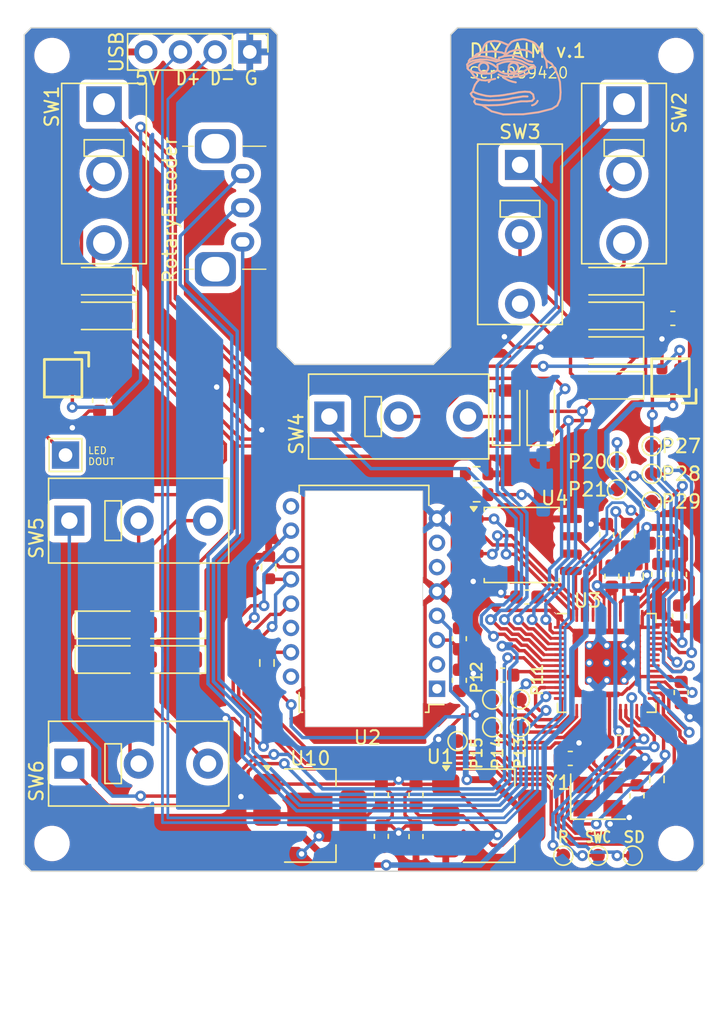
<source format=kicad_pcb>
(kicad_pcb (version 20240108) (generator "pcbnew") (generator_version "8.0")
  (layers (0 "F.Cu" signal) (31 "B.Cu" signal) (34 "B.Paste" user) (35 "F.Paste" user) (36 "B.SilkS" user "B.Silkscreen") (37 "F.SilkS" user "F.Silkscreen") (38 "B.Mask" user) (39 "F.Mask" user) (44 "Edge.Cuts" user))
  (net 0 "")
  (net 1 "Net-(D1-A)")
  (net 2 "Net-(D2-A)")
  (net 3 "Net-(D3-A)")
  (net 4 "Net-(D4-A)")
  (net 5 "Net-(D5-A)")
  (net 6 "Net-(D6-A)")
  (net 7 "Net-(D7-A)")
  (net 8 "Net-(D8-A)")
  (net 9 "Net-(D9-A)")
  (net 10 "Net-(D10-A)")
  (net 11 "Net-(D11-A)")
  (net 12 "Net-(D12-A)")
  (net 13 "/V2")
  (net 14 "GND")
  (net 15 "+1V1")
  (net 16 "+3V3")
  (net 17 "VBUS")
  (net 18 "/XIN")
  (net 19 "Net-(C300-Pad1)")
  (net 20 "/ENC_A")
  (net 21 "/ENC_B")
  (net 22 "/ENC_C")
  (net 23 "/GPIO29_ADC3")
  (net 24 "/GPIO28_ADC2")
  (net 25 "/GPIO27_ADC1")
  (net 26 "/GPIO26_ADC0")
  (net 27 "/GPIO25")
  (net 28 "/GPIO24")
  (net 29 "/GPIO23")
  (net 30 "/GPIO22")
  (net 31 "/GPIO21")
  (net 32 "/GPIO20")
  (net 33 "/GPIO19")
  (net 34 "/GPIO18")
  (net 35 "/GPIO17")
  (net 36 "/GPIO16")
  (net 37 "/RUN")
  (net 38 "/SWD")
  (net 39 "/SWCLK")
  (net 40 "/GPIO0")
  (net 41 "/GPIO1")
  (net 42 "/GPIO2")
  (net 43 "/GPIO3")
  (net 44 "/GPIO4")
  (net 45 "/GPIO5")
  (net 46 "/GPIO6")
  (net 47 "/GPIO7")
  (net 48 "/GPIO11")
  (net 49 "/GPIO12")
  (net 50 "/GPIO13")
  (net 51 "/GPIO14")
  (net 52 "/GPIO15")
  (net 53 "Net-(U3-USB_DP)")
  (net 54 "Net-(U3-USB_DM)")
  (net 55 "/QSPI_SS")
  (net 56 "/~{USB_BOOT}")
  (net 57 "/XOUT")
  (net 58 "/QSPI_SD1")
  (net 59 "/QSPI_SD2")
  (net 60 "/QSPI_SD0")
  (net 61 "/QSPI_SCLK")
  (net 62 "/QSPI_SD3")
  (net 63 "/VDDPIX")
  (net 64 "/3360LED")
  (net 65 "/USBD-")
  (net 66 "/USBD+")
  (net 71 "/MOTION")
  (net 74 "Net-(LED1-DOUT)")
  (net 75 "Net-(LED2-DOUT)")
  (footprint "Diode_SMD:D_SOD-123" (layer "F.Cu") (at 20.32 33.274 180)
    (property "Reference" "D1" (hide yes))
    (property "Value" "D")
  )
  (footprint "Capacitor_SMD:C_0603_1608Metric" (layer "F.Cu") (at 62.484 54.737 90)
    (property "Reference" "C13" (hide yes))
    (property "Value" "100n")
  )
  (footprint "TestPoint:TestPoint_Pad_D1.0mm" (layer "F.Cu") (at 48.768 65.913 90)
    (property "Reference" "P14")
    (property "Value" "TestPoint")
  )
  (footprint "Capacitor_SMD:C_0603_1608Metric" (layer "F.Cu") (at 40.64 70.852 90)
    (property "Reference" "C400" (hide yes))
    (property "Value" "10u")
  )
  (footprint "MountingHole:MountingHole_2.2mm_M2_ISO7380" (layer "F.Cu") (at 16.51 74.422)
    (property "Reference" "REF**" (hide yes))
    (property "Value" "MountingHole_2.2mm_M2_ISO7380" (hide yes))
  )
  (footprint "Diode_SMD:D_SOD-123" (layer "F.Cu") (at 49.784 42.926 90)
    (property "Reference" "D7" (hide yes))
    (property "Value" "D")
  )
  (footprint "Resistor_SMD:R_0603_1608Metric" (layer "F.Cu") (at 59.309 54.864 -90)
    (property "Reference" "R4" (hide yes))
    (property "Value" "27")
  )
  (footprint "TestPoint:TestPoint_Pad_D1.0mm" (layer "F.Cu") (at 50.8 63.881)
    (property "Reference" "P11")
    (property "Value" "TestPoint")
  )
  (footprint "Crystal:Crystal_SMD_3225-4Pin_3.2x2.5mm" (layer "F.Cu") (at 56.515 70.993)
    (property "Reference" "Y1")
    (property "Value" "ABM8-272-T3")
  )
  (footprint "Library:RP2040-QFN-56" (layer "F.Cu") (at 57.155 61.209)
    (property "Reference" "U3")
    (property "Value" "RP2040")
  )
  (footprint "Resistor_SMD:R_0603_1608Metric" (layer "F.Cu") (at 58.674 51.816 -90)
    (property "Reference" "R3" (hide yes))
    (property "Value" "27")
  )
  (footprint "Diode_SMD:D_SOD-123" (layer "F.Cu") (at 25.4 58.42 180)
    (property "Reference" "D10" (hide yes))
    (property "Value" "D")
  )
  (footprint "MountingHole:MountingHole_2.2mm_M2_ISO7380" (layer "F.Cu") (at 62.23 74.422)
    (property "Reference" "REF**" (hide yes))
    (property "Value" "MountingHole_2.2mm_M2_ISO7380" (hide yes))
  )
  (footprint "Library:SW_Tactile_SPDT_Omron_D2F" (layer "F.Cu") (at 58.42 20.32)
    (property "Reference" "SW2")
    (property "Value" "SW_SPDT")
  )
  (footprint "TestPoint:TestPoint_Pad_D1.0mm" (layer "F.Cu") (at 59.055 75.311)
    (property "Reference" "P32" (hide yes))
    (property "Value" "TestPoint")
  )
  (footprint "Resistor_SMD:R_0603_1608Metric" (layer "F.Cu") (at 32.385 54.229 90)
    (property "Reference" "R1" (hide yes))
    (property "Value" "10K")
  )
  (footprint "Capacitor_SMD:C_0603_1608Metric" (layer "F.Cu") (at 46.355 62.484 -90)
    (property "Reference" "C3" (hide yes))
    (property "Value" "100nF")
  )
  (footprint "Library:SW_Tactile_SPDT_Omron_D2F" (layer "F.Cu") (at 50.8 24.765)
    (property "Reference" "SW3")
    (property "Value" "SW_SPDT")
  )
  (footprint "Capacitor_SMD:C_0603_1608Metric" (layer "F.Cu") (at 59.37032 70.939012 -90)
    (property "Reference" "C300" (hide yes))
    (property "Value" "15p")
  )
  (footprint "Capacitor_SMD:C_0603_1608Metric" (layer "F.Cu") (at 60.96 54.737 90)
    (property "Reference" "C10" (hide yes))
    (property "Value" "1u")
  )
  (footprint "Library:LED_SK6812-EC20" (layer "F.Cu") (at 61.2 39.7)
    (property "Reference" "LED1" (hide yes))
    (property "Value" "~" (hide yes))
  )
  (footprint "Capacitor_SMD:C_0603_1608Metric" (layer "F.Cu") (at 43.18 73.914 90)
    (property "Reference" "C1" (hide yes))
    (property "Value" "10uF")
  )
  (footprint "Library:PixArt_PDIP-16_10.9x16.2mm_P1.78mm" (layer "F.Cu") (at 44.72 63.1 180)
    (property "Reference" "U2")
    (property "Value" "PMW3360DM-T2QU")
    (fp_line (start 9.65 14.48) (end 1.05 14.48) (stroke (width 0.05)) (layer "Edge.Cuts"))
    (fp_line (start 9.65 -2.78) (end 9.65 14.48) (stroke (width 0.05)) (layer "Edge.Cuts"))
    (fp_line (start 9.65 -2.78) (end 1.05 -2.78) (stroke (width 0.05)) (layer "Edge.Cuts"))
    (fp_line (start 1.05 -2.78) (end 1.05 14.48) (stroke (width 0.05)) (layer "Edge.Cuts"))
  )
  (footprint "TestPoint:TestPoint_Pad_D1.0mm" (layer "F.Cu") (at 60.452 49.403)
    (property "Reference" "P29")
    (property "Value" "TestPoint")
  )
  (footprint "Resistor_SMD:R_0603_1608Metric" (layer "F.Cu") (at 32.258 61.214 -90)
    (property "Reference" "R40" (hide yes))
    (property "Value" "R39")
  )
  (footprint "Capacitor_SMD:C_0603_1608Metric" (layer "F.Cu") (at 58.162742 68.46496)
    (property "Reference" "C6" (hide yes))
    (property "Value" "100n")
  )
  (footprint "Package_TO_SOT_SMD:SOT-223-3_TabPin2" (layer "F.Cu") (at 35.408 72.376)
    (property "Reference" "U10")
    (property "Value" "NCP1117-3.3_SOT223")
  )
  (footprint "Capacitor_SMD:C_0603_1608Metric" (layer "F.Cu") (at 57.531 54.864 90)
    (property "Reference" "C500" (hide yes))
    (property "Value" "100n")
  )
  (footprint "Library:LED_SK6812-EC20" (layer "F.Cu") (at 16.7 41 90)
    (property "Reference" "LED2" (hide yes))
    (property "Value" "~" (hide yes))
  )
  (footprint "Library:SW_Tactile_SPDT_Omron_D2F" (layer "F.Cu") (at 17.78 50.8 90)
    (property "Reference" "SW5")
    (property "Value" "SW_SPDT")
  )
  (footprint "MountingHole:MountingHole_2.2mm_M2_ISO7380" (layer "F.Cu") (at 16.51 16.764)
    (property "Reference" "REF**" (hide yes))
    (property "Value" "MountingHole_2.2mm_M2_ISO7380" (hide yes))
  )
  (footprint "Library:SW_Tactile_SPDT_Omron_D2F" (layer "F.Cu") (at 17.78 68.58 90)
    (property "Reference" "SW6")
    (property "Value" "SW_SPDT")
  )
  (footprint "Diode_SMD:D_SOD-123" (layer "F.Cu") (at 57.5 35.814 180)
    (property "Reference" "D4" (hide yes))
    (property "Value" "D")
  )
  (footprint "Diode_SMD:D_SOD-123" (layer "F.Cu") (at 57.5 38.354 180)
    (property "Reference" "D5" (hide yes))
    (property "Value" "D")
  )
  (footprint "Diode_SMD:D_SOD-123" (layer "F.Cu") (at 57.5 33.274 180)
    (property "Reference" "D3" (hide yes))
    (property "Value" "D")
  )
  (footprint "Capacitor_SMD:C_0603_1608Metric" (layer "F.Cu") (at 51.308 56.388 180)
    (property "Reference" "C14" (hide yes))
    (property "Value" "100n")
  )
  (footprint "Diode_SMD:D_SOD-123" (layer "F.Cu") (at 20.574 58.42)
    (property "Reference" "D9" (hide yes))
    (property "Value" "D")
  )
  (footprint "TestPoint:TestPoint_Pad_D1.0mm" (layer "F.Cu") (at 60.452 45.339)
    (property "Reference" "P27")
    (property "Value" "TestPoint")
  )
  (footprint "Resistor_SMD:R_0603_1608Metric" (layer "F.Cu") (at 47.625 48.895)
    (property "Reference" "R100" (hide yes))
    (property "Value" "1k")
  )
  (footprint "Capacitor_SMD:C_0603_1608Metric" (layer "F.Cu") (at 62 36 180)
    (property "Reference" "C17" (hide yes))
    (property "Value" "100n")
  )
  (footprint "TestPoint:TestPoint_Pad_D1.0mm" (layer "F.Cu") (at 50.8 65.913)
    (property "Reference" "P13")
    (property "Value" "TestPoint")
  )
  (footprint "TestPoint:TestPoint_Pad_D1.0mm" (layer "F.Cu") (at 46.228 66.929)
    (property "Reference" "P15")
    (property "Value" "TestPoint")
  )
  (footprint "MountingHole:MountingHole_2.2mm_M2_ISO7380" (layer "F.Cu") (at 62.23 16.764)
    (property "Reference" "REF**" (hide yes))
    (property "Value" "MountingHole_2.2mm_M2_ISO7380" (hide yes))
  )
  (footprint "Capacitor_SMD:C_0603_1608Metric" (layer "F.Cu") (at 57.15 51.816 90)
    (property "Reference" "C7" (hide yes))
    (property "Value" "100n")
  )
  (footprint "Connector_PinHeader_2.54mm:PinHeader_1x04_P2.54mm_Vertical" (layer "F.Cu") (at 31 16.5 -90)
    (property "Reference" "USB1" (hide yes))
    (property "Value" "USB")
  )
  (footprint "Diode_SMD:D_SOD-123" (layer "F.Cu") (at 25.4 60.96 180)
    (property "Reference" "D12" (hide yes))
    (property "Value" "D")
  )
  (footprint "Library:SW_Tactile_SPDT_Omron_D2F" (layer "F.Cu") (at 36.83 43.18 90)
    (property "Reference" "SW4")
    (property "Value" "SW_SPDT")
  )
  (footprint "Capacitor_SMD:C_0603_1608Metric" (layer "F.Cu") (at 40.64 73.9 90)
    (property "Reference" "C100" (hide yes))
    (property "Value" "10u")
  )
  (footprint "Capacitor_SMD:C_0603_1608Metric" (layer "F.Cu") (at 46.355 59.436 90)
    (property "Reference" "C4" (hide yes))
    (property "Value" "4.7uF")
  )
  (footprint "Capacitor_SMD:C_0603_1608Metric" (layer "F.Cu") (at 62.611 63.373 -90)
    (property "Reference" "C9" (hide yes))
    (property "Value" "100n")
  )
  (footprint "Diode_SMD:D_SOD-123" (layer "F.Cu") (at 57.5 40.894 180)
    (property "Reference" "D6" (hide yes))
    (property "Value" "D")
  )
  (footprint "TestPoint:TestPoint_Pad_D1.0mm" (layer "F.Cu") (at 53.975 75.311)
    (property "Reference" "P30" (hide yes))
    (property "Value" "TestPoint")
  )
  (footprint "Capacitor_SMD:C_0603_1608Metric" (layer "F.Cu") (at 62.484 57.785 90)
    (property "Reference" "C12" (hide yes))
    (property "Value" "100n")
  )
  (footprint "Capacitor_SMD:C_0603_1608Metric" (layer "F.Cu") (at 54.483 68.199 180)
    (property "Reference" "C200" (hide yes))
    (property "Value" "15p")
  )
  (footprint "Package_SO:SOIC-8_5.275x5.275mm_P1.27mm" (layer "F.Cu") (at 50.927 52.578)
    (property "Reference" "U4")
    (property "Value" "W25Q32JVSS")
  )
  (footprint "Diode_SMD:D_SOD-123" (layer "F.Cu") (at 20.32 35.814 180)
    (property "Reference" "D2" (hide yes))
    (property "Value" "D")
  )
  (footprint "TestPoint:TestPoint_Pad_D1.0mm" (layer "F.Cu") (at 60.452 47.371)
    (property "Reference" "P28")
    (property "Value" "TestPoint")
  )
  (footprint "TestPoint:TestPoint_Pad_D1.0mm" (layer "F.Cu") (at 57.912 46.482)
    (property "Reference" "P20")
    (property "Value" "TestPoint")
  )
  (footprint "TestPoint:TestPoint_Pad_D1.0mm" (layer "F.Cu") (at 57.912 48.514)
    (property "Reference" "P21")
    (property "Value" "TestPoint")
  )
  (footprint "Capacitor_SMD:C_0603_1608Metric" (layer "F.Cu") (at 20 42 -90)
    (property "Reference" "C16" (hide yes))
    (property "Value" "100n")
  )
  (footprint "Resistor_SMD:R_0603_1608Metric" (layer "F.Cu") (at 60.833 69.723 -90)
    (property "Reference" "R500" (hide yes))
    (property "Value" "1k")
  )
  (footprint "Library:SW_Tactile_SPDT_Omron_D2F" (layer "F.Cu") (at 20.32 20.32)
    (property "Reference" "SW1")
    (property "Value" "SW_SPDT")
  )
  (footprint "Library:Alps-EC10E1220501" (layer "F.Cu") (at 30.48 27.9 90)
    (property "Reference" "Encoder1" (hide yes))
    (property "Value" "RotaryEncoder")
  )
  (footprint "TestPoint:TestPoint_Pad_D1.0mm" (layer "F.Cu") (at 56.515 75.311)
    (property "Reference" "P31" (hide yes))
    (property "Value" "TestPoint")
  )
  (footprint "Capacitor_SMD:C_0603_1608Metric" (layer "F.Cu") (at 43.18 70.866 90)
    (property "Reference" "C2" (hide yes))
    (property "Value" "10uF")
  )
  (footprint "Capacitor_SMD:C_0603_1608Metric" (layer "F.Cu") (at 58.039133 67.004084)
    (property "Reference" "C11" (hide yes))
    (property "Value" "100n")
  )
  (footprint "Package_TO_SOT_SMD:SOT-223-3_TabPin2" (layer "F.Cu") (at 48.514 72.39)
    (property "Reference" "U1")
    (property "Value" "LM1117-1.8V")
  )
  (footprint "Diode_SMD:D_SOD-123" (layer "F.Cu") (at 20.574 60.96)
    (property "Reference" "D11" (hide yes))
    (property "Value" "D")
  )
  (footprint "Capacitor_SMD:C_0603_1608Metric" (layer "F.Cu") (at 61.087 52.451)
    (property "Reference" "C8" (hide yes))
    (property "Value" "1u")
  )
  (footprint "TestPoint:TestPoint_THTPad_2.0x2.0mm_Drill1.0mm" (layer "F.Cu") (at 17.5 46)
    (property "Reference" "LED_OUT1" (hide yes))
    (property "Value" "DOUT")
  )
  (footprint "Diode_SMD:D_SOD-123" (layer "F.Cu") (at 52.324 42.926 90)
    (property "Reference" "D8" (hide yes))
    (property "Value" "D")
  )
  (footprint "Capacitor_SMD:C_0603_1608Metric" (layer "F.Cu") (at 49.53 62.103 180)
    (property "Reference" "C15" (hide yes))
    (property "Value" "100n")
  )
  (footprint "TestPoint:TestPoint_Pad_D1.0mm" (layer "F.Cu") (at 48.768 63.881)
    (property "Reference" "P12")
    (property "Value" "TestPoint")
  )
  (footprint "Resistor_SMD:R_0603_1608Metric" (layer "F.Cu") (at 47.625 47.371 180)
    (property "Reference" "R200" (hide yes))
    (property "Value" "10k")
  )
  (footprint "Library:TestPoint_THTPad_D2.0mm_Drill1.0mm_Edit" (layer "B.Cu") (at 52.5 50 180)
    (property "Reference" "USB_BOOT1" (hide yes))
    (property "Value" "Conn_01x01_Socket" (hide yes))
  )
  (footprint "" (layer "B.Cu") (at 52.5 46 180)
    (property "Reference" "ResetGround" (hide yes))
    (property "Value" "ResetGround")
  )
  (gr_line (start 51.349795 19.76025) (end 51.033339 19.753792) (stroke (width 0.15)) (layer "B.SilkS"))
  (gr_line (start 51.17024 17.293418) (end 50.917649 17.155641) (stroke (width 0.15)) (layer "B.SilkS"))
  (gr_line (start 47.377948 19.411978) (end 47.360726 19.278507) (stroke (width 0.15)) (layer "B.SilkS"))
  (gr_line (start 50.985978 16.921788) (end 50.314316 16.753394) (stroke (width 0.15)) (layer "B.SilkS"))
  (gr_line (start 48.893009 16.98972) (end 49.159951 17.095923) (stroke (width 0.15)) (layer "B.SilkS"))
  (gr_line (start 47.050244 17.15907) (end 47.144966 17.027034) (stroke (width 0.15)) (layer "B.SilkS"))
  (gr_line (start 51.426099 17.168638) (end 51.19073 17.048084) (stroke (width 0.15)) (layer "B.SilkS"))
  (gr_line (start 47.876099 18.059484) (end 48.224846 18.085317) (stroke (width 0.15)) (layer "B.SilkS"))
  (gr_line (start 50.403856 16.374906) (end 50.809444 16.335027) (stroke (width 0.15)) (layer "B.SilkS"))
  (gr_circle (center 50.321114 17.643601) (end 50.031208 17.838785) (stroke (width 0.15)) (fill none) (layer "B.SilkS"))
  (gr_line (start 48.273497 18.589623) (end 48.643772 18.537957) (stroke (width 0.15)) (layer "B.SilkS"))
  (gr_line (start 49.056619 17.204996) (end 48.73514 17.116015) (stroke (width 0.15)) (layer "B.SilkS"))
  (gr_line (start 49.404732 17.98629) (end 49.159317 17.839903) (stroke (width 0.15)) (layer "B.SilkS"))
  (gr_line (start 47.234575 17.917402) (end 47.540268 18.003513) (stroke (width 0.15)) (layer "B.SilkS"))
  (gr_line (start 48.030235 20.393163) (end 48.720788 20.8446) (stroke (width 0.15)) (layer "B.SilkS"))
  (gr_line (start 50.271261 19.870041) (end 49.928972 19.947541) (stroke (width 0.15)) (layer "B.SilkS"))
  (gr_line (start 50.030711 16.49259) (end 50.403856 16.374906) (stroke (width 0.15)) (layer "B.SilkS"))
  (gr_line (start 50.421954 18.318375) (end 50.75348 18.279625) (stroke (width 0.15)) (layer "B.SilkS"))
  (gr_line (start 53.772604 19.455351) (end 53.726679 18.700449) (stroke (width 0.15)) (layer "B.SilkS"))
  (gr_line (start 48.350513 17.055738) (end 47.882646 17.044256) (stroke (width 0.15)) (layer "B.SilkS"))
  (gr_line (start 50.563553 15.626303) (end 50.388461 15.672229) (stroke (width 0.15)) (layer "B.SilkS"))
  (gr_line (start 49.461338 16.539075) (end 49.788166 16.669117) (stroke (width 0.15)) (layer "B.SilkS"))
  (gr_line (start 47.044503 17.273884) (end 47.050244 17.15907) (stroke (width 0.15)) (layer "B.SilkS"))
  (gr_line (start 47.540268 18.003513) (end 47.876099 18.059484) (stroke (width 0.15)) (layer "B.SilkS"))
  (gr_line (start 51.825556 19.911419) (end 51.756667 19.610033) (stroke (width 0.15)) (layer "B.SilkS"))
  (gr_line (start 51.308893 20.113779) (end 51.679168 20.08364) (stroke (width 0.15)) (layer "B.SilkS"))
  (gr_line (start 49.754114 15.916209) (end 49.464209 15.789913) (stroke (width 0.15)) (layer "B.SilkS"))
  (gr_line (start 51.670755 15.752585) (end 51.260537 15.605735) (stroke (width 0.15)) (layer "B.SilkS"))
  (gr_line (start 49.978485 18.589623) (end 50.245428 18.675734) (stroke (width 0.15)) (layer "B.SilkS"))
  (gr_line (start 50.87834 20.113779) (end 51.308893 20.113779) (stroke (width 0.15)) (layer "B.SilkS"))
  (gr_line (start 49.956479 16.774444) (end 49.596729 16.820369) (stroke (width 0.15)) (layer "B.SilkS"))
  (gr_line (start 50.173185 15.769821) (end 49.960779 16.00519) (stroke (width 0.15)) (layer "B.SilkS"))
  (gr_line (start 47.360726 19.278507) (end 47.498503 18.916843) (stroke (width 0.15)) (layer "B.SilkS"))
  (gr_line (start 50.706119 19.450728) (end 50.305705 19.536839) (stroke (width 0.15)) (layer "B.SilkS"))
  (gr_line (start 50.388461 15.672229) (end 50.173185 15.769821) (stroke (width 0.15)) (layer "B.SilkS"))
  (gr_line (start 49.909597 20.296288) (end 50.148554 20.238164) (stroke (width 0.15)) (layer "B.SilkS"))
  (gr_line (start 47.653502 18.692956) (end 47.836486 18.516429) (stroke (width 0.15)) (layer "B.SilkS"))
  (gr_line (start 53.531495 20.414048) (end 53.73529 19.957662) (stroke (width 0.15)) (layer "B.SilkS"))
  (gr_arc (start 50.809444 16.335027) (mid 51.264235 16.389374) (end 51.679727 16.582132) (stroke (width 0.15)) (layer "B.SilkS"))
  (gr_arc (start 52.091782 20.080614) (mid 51.928346 20.293379) (end 51.685157 20.406692) (stroke (width 0.15)) (layer "B.SilkS"))
  (gr_line (start 48.50169 20.406079) (end 49.115228 20.393163) (stroke (width 0.15)) (layer "B.SilkS"))
  (gr_line (start 51.19073 17.048084) (end 50.985978 16.921788) (stroke (width 0.15)) (layer "B.SilkS"))
  (gr_line (start 48.547761 18.081012) (end 48.707065 18.068095) (stroke (width 0.15)) (layer "B.SilkS"))
  (gr_line (start 47.554475 18.370041) (end 47.709474 18.473374) (stroke (width 0.15)) (layer "B.SilkS"))
  (gr_line (start 51.699739 17.218391) (end 51.426099 17.168638) (stroke (width 0.15)) (layer "B.SilkS"))
  (gr_line (start 48.224846 18.085317) (end 48.547761 18.081012) (stroke (width 0.15)) (layer "B.SilkS"))
  (gr_line (start 47.189941 19.558369) (end 47.300449 19.76025) (stroke (width 0.15)) (layer "B.SilkS"))
  (gr_line (start 47.337279 16.946665) (end 47.621444 16.668241) (stroke (width 0.15)) (layer "B.SilkS"))
  (gr_line (start 47.334893 18.116015) (end 47.399476 18.219348) (stroke (width 0.15)) (layer "B.SilkS"))
  (gr_line (start 50.917649 17.155641) (end 50.392375 17.003513) (stroke (width 0.15)) (layer "B.SilkS"))
  (gr_line (start 46.959022 17.706431) (end 46.926819 17.420272) (stroke (width 0.15)) (layer "B.SilkS"))
  (gr_line (start 47.581259 17.095923) (end 47.34302 17.138978) (stroke (width 0.15)) (layer "B.SilkS"))
  (gr_arc (start 50.848761 15.583808) (mid 51.056082 15.567849) (end 51.260537 15.605735) (stroke (width 0.15)) (layer "B.SilkS"))
  (gr_line (start 48.643772 18.537957) (end 48.510301 18.701567) (stroke (width 0.15)) (layer "B.SilkS"))
  (gr_line (start 49.60821 19.657393) (end 49.255157 19.700449) (stroke (width 0.15)) (layer "B.SilkS"))
  (gr_line (start 48.089311 16.243429) (end 48.21188 15.993799) (stroke (width 0.15)) (layer "B.SilkS"))
  (gr_line (start 48.720788 20.8446) (end 49.573282 21.071358) (stroke (width 0.15)) (layer "B.SilkS"))
  (gr_line (start 48.837521 20.031498) (end 48.514607 20.044415) (stroke (width 0.15)) (layer "B.SilkS"))
  (gr_line (start 49.621127 18.404485) (end 49.978485 18.589623) (stroke (width 0.15)) (layer "B.SilkS"))
  (gr_line (start 49.233629 18.146154) (end 49.410156 18.232264) (stroke (width 0.15)) (layer "B.SilkS"))
  (gr_line (start 49.255157 19.700449) (end 48.635161 19.743504) (stroke (width 0.15)) (layer "B.SilkS"))
  (gr_line (start 49.14313 17.424419) (end 49.34876 17.331292) (stroke (width 0.15)) (layer "B.SilkS"))
  (gr_line (start 52.718435 17.114422) (end 52.524002 16.791666) (stroke (width 0.15)) (layer "B.SilkS"))
  (gr_line (start 49.545622 16.845643) (end 50.030711 16.49259) (stroke (width 0.15)) (layer "B.SilkS"))
  (gr_line (start 47.137701 17.86143) (end 47.334893 18.116015) (stroke (width 0.15)) (layer "B.SilkS"))
  (gr_line (start 51.251096 17.583088) (end 51.385274 17.732264) (stroke (width 0.15)) (layer "B.SilkS"))
  (gr_line (start 50.848761 15.583808) (end 50.563553 15.626303) (stroke (width 0.15)) (layer "B.SilkS"))
  (gr_line (start 49.599599 19.98629) (end 49.276685 20.02504) (stroke (width 0.15)) (layer "B.SilkS"))
  (gr_line (start 51.49746 17.436935) (end 51.17024 17.293418) (stroke (width 0.15)) (layer "B.SilkS"))
  (gr_line (start 53.726679 18.700449) (end 53.586031 18.241193) (stroke (width 0.15)) (layer "B.SilkS"))
  (gr_line (start 48.73514 17.116015) (end 48.350513 17.055738) (stroke (width 0.15)) (layer "B.SilkS"))
  (gr_line (start 50.314316 16.753394) (end 49.956479 16.774444) (stroke (width 0.15)) (layer "B.SilkS"))
  (gr_line (start 49.232753 17.1499) (end 49.261457 16.923143) (stroke (width 0.15)) (layer "B.SilkS"))
  (gr_line (start 51.756667 19.610033) (end 51.53278 19.433506) (stroke (width 0.15)) (layer "B.SilkS"))
  (gr_line (start 50.305705 19.536839) (end 49.888069 19.605727) (stroke (width 0.15)) (layer "B.SilkS"))
  (gr_line (start 53.155479 20.658027) (end 53.531495 20.414048) (stroke (width 0.15)) (layer "B.SilkS"))
  (gr_line (start 51.235699 18.128932) (end 51.399309 18.038516) (stroke (width 0.15)) (layer "B.SilkS"))
  (gr_line (start 47.748223 19.571283) (end 47.541558 19.493783) (stroke (width 0.15)) (layer "B.SilkS"))
  (gr_line (start 50.75348 18.279625) (end 50.95584 18.23657) (stroke (width 0.15)) (layer "B.SilkS"))
  (gr_line (start 48.73514 16.458705) (end 49.06523 16.484538) (stroke (width 0.15)) (layer "B.SilkS"))
  (gr_line (start 49.573282 21.071358) (end 51.03429 21.062747) (stroke (width 0.15)) (layer "B.SilkS"))
  (gr_line (start 51.385274 17.732264) (end 51.623755 17.712489) (stroke (width 0.15)) (layer "B.SilkS"))
  (gr_line (start 50.148554 20.238164) (end 50.452093 20.186497) (stroke (width 0.15)) (layer "B.SilkS"))
  (gr_line (start 47.989333 19.635866) (end 47.748223 19.571283) (stroke (width 0.15)) (layer "B.SilkS"))
  (gr_line (start 51.679168 20.08364) (end 51.825556 19.911419) (stroke (width 0.15)) (layer "B.SilkS"))
  (gr_arc (start 48.213778 17.230672) (mid 48.662209 17.353416) (end 49.051049 17.608289) (stroke (width 0.15)) (layer "B.SilkS"))
  (gr_line (start 48.004402 19.999207) (end 47.526489 19.908791) (stroke (width 0.15)) (layer "B.SilkS"))
  (gr_arc (start 47.034447 17.541382) (mid 47.587228 17.246029) (end 48.213778 17.230672) (stroke (width 0.15)) (layer "B.SilkS"))
  (gr_line (start 47.529593 16.866295) (end 47.868294 16.820369) (stroke (width 0.15)) (layer "B.SilkS"))
  (gr_line (start 49.888069 19.605727) (end 49.60821 19.657393) (stroke (width 0.15)) (layer "B.SilkS"))
  (gr_line (start 49.688897 18.085317) (end 49.404732 17.98629) (stroke (width 0.15)) (layer "B.SilkS"))
  (gr_line (start 51.793106 17.47138) (end 51.49746 17.436935) (stroke (width 0.15)) (layer "B.SilkS"))
  (gr_line (start 52.202523 16.226207) (end 51.991877 15.971305) (stroke (width 0.15)) (layer "B.SilkS"))
  (gr_line (start 51.036526 17.951846) (end 50.791111 18.055179) (stroke (width 0.15)) (layer "B.SilkS"))
  (gr_line (start 48.643772 18.537957) (end 48.979603 18.464763) (stroke (width 0.15)) (layer "B.SilkS"))
  (gr_line (start 47.55878 20.309205) (end 48.030235 20.393163) (stroke (width 0.15)) (layer "B.SilkS"))
  (gr_line (start 50.334726 18.111151) (end 49.994589 18.115456) (stroke (width 0.15)) (layer "B.SilkS"))
  (gr_line (start 49.928972 19.947541) (end 49.599599 19.98629) (stroke (width 0.15)) (layer "B.SilkS"))
  (gr_line (start 49.261457 16.923143) (end 49.545622 16.845643) (stroke (width 0.15)) (layer "B.SilkS"))
  (gr_line (start 48.649029 16.920831) (end 48.893009 16.98972) (stroke (width 0.15)) (layer "B.SilkS"))
  (gr_line (start 49.410156 18.232264) (end 49.741681 18.301153) (stroke (width 0.15)) (layer "B.SilkS"))
  (gr_line (start 47.948664 16.544816) (end 48.73514 16.458705) (stroke (width 0.15)) (layer "B.SilkS"))
  (gr_line (start 51.153894 19.407673) (end 50.706119 19.450728) (stroke (width 0.15)) (layer "B.SilkS"))
  (gr_line (start 47.34302 17.138978) (end 47.044503 17.273884) (stroke (width 0.15)) (layer "B.SilkS"))
  (gr_circle (center 48.131037 17.63499) (end 47.841131 17.830174) (stroke (width 0.15)) (fill none) (layer "B.SilkS"))
  (gr_line (start 49.646084 17.06092) (end 49.232753 17.1499) (stroke (width 0.15)) (layer "B.SilkS"))
  (gr_line (start 48.707065 18.068095) (end 48.883592 18.007818) (stroke (width 0.15)) (layer "B.SilkS"))
  (gr_line (start 49.276685 20.02504) (end 48.837521 20.031498) (stroke (width 0.15)) (layer "B.SilkS"))
  (gr_line (start 49.159317 17.839903) (end 49.14313 17.424419) (stroke (width 0.15)) (layer "B.SilkS"))
  (gr_line (start 51.033339 19.753792) (end 50.645842 19.818375) (stroke (width 0.15)) (layer "B.SilkS"))
  (gr_line (start 46.926819 17.420272) (end 47.044503 17.273884) (stroke (width 0.15)) (layer "B.SilkS"))
  (gr_line (start 52.153727 20.913489) (end 53.155479 20.658027) (stroke (width 0.15)) (layer "B.SilkS"))
  (gr_line (start 50.245428 18.675734) (end 50.490843 18.7274) (stroke (width 0.15)) (layer "B.SilkS"))
  (gr_line (start 53.115294 17.365736) (end 52.718435 17.114422) (stroke (width 0.15)) (layer "B.SilkS"))
  (gr_line (start 51.53278 19.433506) (end 51.153894 19.407673) (stroke (width 0.15)) (layer "B.SilkS"))
  (gr_line (start 47.621444 16.668241) (end 47.948664 16.544816) (stroke (width 0.15)) (layer "B.SilkS"))
  (gr_line (start 49.115228 20.393163) (end 49.528558 20.360871) (stroke (width 0.15)) (layer "B.SilkS"))
  (gr_line (start 49.716799 16.587871) (end 49.80291 16.266392) (stroke (width 0.15)) (layer "B.SilkS"))
  (gr_line (start 48.514607 20.044415) (end 48.004402 19.999207) (stroke (width 0.15)) (layer "B.SilkS"))
  (gr_line (start 47.541558 19.493783) (end 47.377948 19.411978) (stroke (width 0.15)) (layer "B.SilkS"))
  (gr_line (start 50.791111 18.055179) (end 50.580141 18.10254) (stroke (width 0.15)) (layer "B.SilkS"))
  (gr_arc (start 49.34876 17.331292) (mid 50.332509 17.211036) (end 51.251096 17.583088) (stroke (width 0.15)) (layer "B.SilkS"))
  (gr_line (start 49.960779 16.00519) (end 49.754114 15.916209) (stroke (width 0.15)) (layer "B.SilkS"))
  (gr_line (start 47.040827 17.805458) (end 47.234575 17.917402) (stroke (width 0.15)) (layer "B.SilkS"))
  (gr_line (start 50.645842 19.818375) (end 50.271261 19.870041) (stroke (width 0.15)) (layer "B.SilkS"))
  (gr_line (start 49.924508 17.035086) (end 49.646084 17.06092) (stroke (width 0.15)) (layer "B.SilkS"))
  (gr_line (start 49.994589 18.115456) (end 49.688897 18.085317) (stroke (width 0.15)) (layer "B.SilkS"))
  (gr_line (start 47.31815 19.426333) (end 47.189941 19.558369) (stroke (width 0.15)) (layer "B.SilkS"))
  (gr_line (start 47.882646 17.044256) (end 47.581259 17.095923) (stroke (width 0.15)) (layer "B.SilkS"))
  (gr_line (start 47.442531 20.147748) (end 47.55878 20.309205) (stroke (width 0.15)) (layer "B.SilkS"))
  (gr_arc (start 51.670755 15.752585) (mid 51.845622 15.840943) (end 51.991877 15.971305) (stroke (width 0.15)) (layer "B.SilkS"))
  (gr_line (start 50.452093 20.186497) (end 50.87834 20.113779) (stroke (width 0.15)) (layer "B.SilkS"))
  (gr_line (start 47.709474 18.473374) (end 47.963499 18.559484) (stroke (width 0.15)) (layer "B.SilkS"))
  (gr_line (start 48.913101 15.698062) (end 48.626066 15.732506) (stroke (width 0.15)) (layer "B.SilkS"))
  (gr_arc (start 48.21188 15.993799) (mid 48.388167 15.814321) (end 48.626066 15.732506) (stroke (width 0.15)) (layer "B.SilkS"))
  (gr_line (start 50.103346 18.326986) (end 50.421954 18.318375) (stroke (width 0.15)) (layer "B.SilkS"))
  (gr_line (start 52.718435 17.114422) (end 52.776559 17.64723) (stroke (width 0.15)) (layer "B.SilkS"))
  (gr_line (start 48.510301 18.701567) (end 48.643772 18.537957) (stroke (width 0.15)) (layer "B.SilkS"))
  (gr_line (start 47.498503 18.916843) (end 47.653502 18.692956) (stroke (width 0.15)) (layer "B.SilkS"))
  (gr_line (start 48.030235 20.393163) (end 48.50169 20.406079) (stroke (width 0.15)) (layer "B.SilkS"))
  (gr_line (start 48.020422 16.478797) (end 48.089311 16.243429) (stroke (width 0.15)) (layer "B.SilkS"))
  (gr_line (start 51.385274 17.732264) (end 51.036526 17.951846) (stroke (width 0.15)) (layer "B.SilkS"))
  (gr_line (start 53.73529 19.957662) (end 53.772604 19.455351) (stroke (width 0.15)) (layer "B.SilkS"))
  (gr_line (start 46.959022 17.706431) (end 47.040827 17.805458) (stroke (width 0.15)) (layer "B.SilkS"))
  (gr_line (start 48.883592 18.007818) (end 49.159317 17.839903) (stroke (width 0.15)) (layer "B.SilkS"))
  (gr_line (start 48.313198 16.854813) (end 48.649029 16.920831) (stroke (width 0.15)) (layer "B.SilkS"))
  (gr_line (start 47.144966 17.027034) (end 47.529593 16.866295) (stroke (width 0.15)) (layer "B.SilkS"))
  (gr_line (start 49.741681 18.301153) (end 50.103346 18.326986) (stroke (width 0.15)) (layer "B.SilkS"))
  (gr_line (start 47.963499 18.559484) (end 48.273497 18.589623) (stroke (width 0.15)) (layer "B.SilkS"))
  (gr_line (start 53.586031 18.241193) (end 53.362144 17.738881) (stroke (width 0.15)) (layer "B.SilkS"))
  (gr_line (start 52.524002 16.791666) (end 52.380484 16.510371) (stroke (width 0.15)) (layer "B.SilkS"))
  (gr_line (start 51.623755 17.712489) (end 51.91079 17.623508) (stroke (width 0.15)) (layer "B.SilkS"))
  (gr_line (start 49.464209 15.789913) (end 49.174303 15.715284) (stroke (width 0.15)) (layer "B.SilkS"))
  (gr_line (start 49.528558 20.360871) (end 49.909597 20.296288) (stroke (width 0.15)) (layer "B.SilkS"))
  (gr_line (start 47.526489 19.908791) (end 47.442531 20.147748) (stroke (width 0.15)) (layer "B.SilkS"))
  (gr_line (start 47.034447 17.541382) (end 46.959022 17.706431) (stroke (width 0.15)) (layer "B.SilkS"))
  (gr_line (start 53.362144 17.738881) (end 53.115294 17.365736) (stroke (width 0.15)) (layer "B.SilkS"))
  (gr_line (start 48.316553 19.713365) (end 47.989333 19.635866) (stroke (width 0.15)) (layer "B.SilkS"))
  (gr_line (start 51.91079 17.623508) (end 51.793106 17.47138) (stroke (width 0.15)) (layer "B.SilkS"))
  (gr_line (start 48.635161 19.743504) (end 48.316553 19.713365) (stroke (width 0.15)) (layer "B.SilkS"))
  (gr_line (start 47.399476 18.219348) (end 47.554475 18.370041) (stroke (width 0.15)) (layer "B.SilkS"))
  (gr_line (start 47.300449 19.76025) (end 47.526489 19.908791) (stroke (width 0.15)) (layer "B.SilkS"))
  (gr_line (start 50.392375 17.003513) (end 49.924508 17.035086) (stroke (width 0.15)) (layer "B.SilkS"))
  (gr_line (start 52.380484 16.510371) (end 52.202523 16.226207) (stroke (width 0.15)) (layer "B.SilkS"))
  (gr_line (start 49.174303 15.715284) (end 48.913101 15.698062) (stroke (width 0.15)) (layer "B.SilkS"))
  (gr_line (start 49.06523 16.484538) (end 49.461338 16.539075) (stroke (width 0.15)) (layer "B.SilkS"))
  (gr_line (start 50.95584 18.23657) (end 51.235699 18.128932) (stroke (width 0.15)) (layer "B.SilkS"))
  (gr_line (start 47.868294 16.820369) (end 48.313198 16.854813) (stroke (width 0.15)) (layer "B.SilkS"))
  (gr_line (start 49.80291 16.266392) (end 49.960779 16.00519) (stroke (width 0.15)) (layer "B.SilkS"))
  (gr_line (start 51.03429 21.062747) (end 52.153727 20.913489) (stroke (width 0.15)) (layer "B.SilkS"))
  (gr_line (start 50.580141 18.10254) (end 50.334726 18.111151) (stroke (width 0.15)) (layer "B.SilkS"))
  (gr_line (start 49.232753 17.1499) (end 49.056619 17.204996) (stroke (width 0.15)) (layer "B.SilkS"))
  (gr_line (start 63.754 76.454) (end 64.262 75.946) (stroke (width 0.1)) (layer "Edge.Cuts"))
  (gr_line (start 14.478 75.946) (end 14.478 15.24) (stroke (width 0.1)) (layer "Edge.Cuts"))
  (gr_line (start 63.754 76.454) (end 14.986 76.454) (stroke (width 0.1)) (layer "Edge.Cuts"))
  (gr_line (start 46.228 14.732) (end 45.72 15.24) (stroke (width 0.1)) (layer "Edge.Cuts"))
  (gr_line (start 33.02 15.24) (end 33.02 38.1) (stroke (width 0.1)) (layer "Edge.Cuts"))
  (gr_line (start 33.02 15.24) (end 32.512 14.732) (stroke (width 0.1)) (layer "Edge.Cuts"))
  (gr_line (start 63.754 14.732) (end 64.262 15.24) (stroke (width 0.1)) (layer "Edge.Cuts"))
  (gr_line (start 14.986 14.732) (end 32.512 14.732) (stroke (width 0.1)) (layer "Edge.Cuts"))
  (gr_line (start 33.02 38.1) (end 34.29 39.37) (stroke (width 0.1)) (layer "Edge.Cuts"))
  (gr_line (start 14.478 75.946) (end 14.986 76.454) (stroke (width 0.1)) (layer "Edge.Cuts"))
  (gr_line (start 45.72 38.1) (end 44.45 39.37) (stroke (width 0.1)) (layer "Edge.Cuts"))
  (gr_line (start 64.262 15.24) (end 64.262 75.946) (stroke (width 0.1)) (layer "Edge.Cuts"))
  (gr_line (start 45.72 38.1) (end 45.72 15.24) (stroke (width 0.1)) (layer "Edge.Cuts"))
  (gr_line (start 14.478 15.24) (end 14.986 14.732) (stroke (width 0.1)) (layer "Edge.Cuts"))
  (gr_line (start 34.29 39.37) (end 44.45 39.37) (stroke (width 0.1)) (layer "Edge.Cuts"))
  (gr_line (start 46.228 14.732) (end 63.754 14.732) (stroke (width 0.1)) (layer "Edge.Cuts"))
  (gr_text "R" (at 53.467 74.422 0) (layer "F.SilkS") (effects (font (size 0.8 0.8)) (justify left bottom)))
  (gr_text "5V" (at 22.5 19 0) (layer "F.SilkS") (effects (font (size 1 1)) (justify left bottom)))
  (gr_text "SWC" (at 55.499 74.422 0) (layer "F.SilkS") (effects (font (size 0.8 0.6)) (justify left bottom)))
  (gr_text "G\n" (at 30.5 19 0) (layer "F.SilkS") (effects (font (size 1 1)) (justify left bottom)))
  (gr_text "LED\nDOUT" (at 19.109839 46.768618 0) (layer "F.SilkS") (effects (font (size 0.5 0.5) (thickness 0.08)) (justify left bottom)))
  (gr_text "Ser.:069420" (at 47 18.5 0) (layer "F.SilkS") (effects (font (size 0.8 0.8) (thickness 0.1)) (justify left bottom)))
  (gr_text "D+" (at 25.5 19 0) (layer "F.SilkS") (effects (font (size 1 0.8)) (justify left bottom)))
  (gr_text "D-" (at 28 19 0) (layer "F.SilkS") (effects (font (size 1 0.8)) (justify left bottom)))
  (gr_text "SD" (at 58.293 74.422 0) (layer "F.SilkS") (effects (font (size 0.8 0.8)) (justify left bottom)))
  (gr_text "DIY AIM v.1" (at 47 17 0) (layer "F.SilkS") (effects (font (size 1 1)) (justify left bottom)))
  (segment (start 20.32 25.4) (end 18.67 27.05) (width 0.25) (layer "F.Cu") (net 1))
  (segment (start 18.67 27.05) (end 18.67 33.274) (width 0.25) (layer "F.Cu") (net 1))
  (segment (start 20.32 30.48) (end 19.558 31.242) (width 0.25) (layer "F.Cu") (net 2))
  (segment (start 19.558 31.242) (end 19.558 34.926) (width 0.25) (layer "F.Cu") (net 2))
  (segment (start 19.558 34.926) (end 18.67 35.814) (width 0.25) (layer "F.Cu") (net 2))
  (segment (start 58.42 25.4) (end 55.85 27.97) (width 0.25) (layer "F.Cu") (net 3))
  (segment (start 55.85 27.97) (end 55.85 33.274) (width 0.25) (layer "F.Cu") (net 3))
  (segment (start 57.5 34.164) (end 57.5 33) (width 0.25) (layer "F.Cu") (net 4))
  (segment (start 55.85 35.814) (end 57.5 34.164) (width 0.25) (layer "F.Cu") (net 4))
  (segment (start 57.5 33) (end 58.42 32.08) (width 0.25) (layer "F.Cu") (net 4))
  (segment (start 58.42 32.08) (end 58.42 30.48) (width 0.25) (layer "F.Cu") (net 4))
  (segment (start 50.8 32.384) (end 54.5 36.084) (width 0.25) (layer "F.Cu") (net 5))
  (segment (start 54.5 36.084) (end 54.5 37.5) (width 0.25) (layer "F.Cu") (net 5))
  (segment (start 50.8 29.845) (end 50.8 32.384) (width 0.25) (layer "F.Cu") (net 5))
  (segment (start 55.354 38.354) (end 55.85 38.354) (width 0.25) (layer "F.Cu") (net 5))
  (segment (start 54.5 37.5) (end 55.354 38.354) (width 0.25) (layer "F.Cu") (net 5))
  (segment (start 54.5 40) (end 55.394 40.894) (width 0.25) (layer "F.Cu") (net 6))
  (segment (start 50.8 34.925) (end 54.5 38.625) (width 0.25) (layer "F.Cu") (net 6))
  (segment (start 54.5 38.625) (end 54.5 40) (width 0.25) (layer "F.Cu") (net 6))
  (segment (start 55.394 40.894) (end 55.85 40.894) (width 0.25) (layer "F.Cu") (net 6))
  (segment (start 46.608 41.276) (end 44.704 43.18) (width 0.25) (layer "F.Cu") (net 7))
  (segment (start 49.784 41.276) (end 46.608 41.276) (width 0.25) (layer "F.Cu") (net 7))
  (segment (start 44.704 43.18) (end 41.91 43.18) (width 0.25) (layer "F.Cu") (net 7))
  (segment (start 52.324 41.276) (end 50.42 43.18) (width 0.25) (layer "F.Cu") (net 8))
  (segment (start 50.42 43.18) (end 46.99 43.18) (width 0.25) (layer "F.Cu") (net 8))
  (segment (start 22.86 50.8) (end 22.86 57.784) (width 0.25) (layer "F.Cu") (net 9))
  (segment (start 22.86 57.784) (end 22.224 58.42) (width 0.25) (layer "F.Cu") (net 9))
  (segment (start 23.75 52.704) (end 25.654 50.8) (width 0.25) (layer "F.Cu") (net 10))
  (segment (start 23.75 58.42) (end 23.75 52.704) (width 0.25) (layer "F.Cu") (net 10))
  (segment (start 25.654 50.8) (end 27.94 50.8) (width 0.25) (layer "F.Cu") (net 10))
  (segment (start 22.224 67.944) (end 22.224 60.96) (width 0.25) (layer "F.Cu") (net 11))
  (segment (start 22.86 68.58) (end 22.224 67.944) (width 0.25) (layer "F.Cu") (net 11))
  (segment (start 27.94 68.58) (end 23.75 64.39) (width 0.25) (layer "F.Cu") (net 12))
  (segment (start 23.75 64.39) (end 23.75 60.96) (width 0.25) (layer "F.Cu") (net 12))
  (segment (start 48.671 69.753) (end 51.308 72.39) (width 0.5) (layer "F.Cu") (net 13))
  (segment (start 51.308 72.39) (end 51.664 72.39) (width 0.25) (layer "F.Cu") (net 13))
  (segment (start 32.258 62.484) (end 32.258 62.039) (width 0.25) (layer "F.Cu") (net 13))
  (segment (start 48.768 74.549) (end 46.609 72.39) (width 0.25) (layer "F.Cu") (net 13))
  (segment (start 34.036 64.262) (end 32.258 62.484) (width 0.25) (layer "F.Cu") (net 13))
  (segment (start 45.364 72.39) (end 43.421 72.39) (width 0.25) (layer "F.Cu") (net 13))
  (segment (start 43.421 72.39) (end 43.18 72.149) (width 0.25) (layer "F.Cu") (net 13))
  (segment (start 51.664 72.39) (end 49.505 74.549) (width 0.25) (layer "F.Cu") (net 13))
  (segment (start 46.609 72.39) (end 45.364 72.39) (width 0.25) (layer "F.Cu") (net 13))
  (segment (start 46.914002 69.753) (end 48.671 69.753) (width 0.5) (layer "F.Cu") (net 13))
  (segment (start 49.505 74.549) (end 48.768 74.549) (width 0.25) (layer "F.Cu") (net 13))
  (via (at 34.036 64.262) (size 0.8) (drill 0.4) (layers "F.Cu" "B.Cu") (net 13))
  (via (at 46.914002 69.753) (size 0.8) (drill 0.4) (layers "F.Cu" "B.Cu") (net 13))
  (segment (start 34.036 65.8368) (end 34.036 64.262) (width 0.25) (layer "B.Cu") (net 13))
  (segment (start 46.914002 69.753) (end 46.736 69.574998) (width 0.25) (layer "B.Cu") (net 13))
  (segment (start 46.736 65.151) (end 45.339 65.151) (width 0.25) (layer "B.Cu") (net 13))
  (segment (start 46.914002 69.753) (end 46.914002 64.440002) (width 0.25) (layer "B.Cu") (net 13))
  (segment (start 43.815 66.675) (end 34.8742 66.675) (width 0.25) (layer "B.Cu") (net 13))
  (segment (start 45.339 65.151) (end 43.815 66.675) (width 0.25) (layer "B.Cu") (net 13))
  (segment (start 46.736 69.574998) (end 46.736 65.151) (width 0.25) (layer "B.Cu") (net 13))
  (segment (start 45.72 58.76) (end 44.72 57.76) (width 0.25) (layer "B.Cu") (net 13))
  (segment (start 45.72 63.246) (end 45.72 58.76) (width 0.25) (layer "B.Cu") (net 13))
  (segment (start 34.8742 66.675) (end 34.036 65.8368) (width 0.25) (layer "B.Cu") (net 13))
  (segment (start 46.914002 64.440002) (end 45.72 63.246) (width 0.25) (layer "B.Cu") (net 13))
  (segment (start 29.845 65.278) (end 31.877 67.31) (width 0.25) (layer "F.Cu") (net 14))
  (segment (start 47.37937 61.982487) (end 48.634487 61.982487) (width 0.25) (layer "F.Cu") (net 14))
  (segment (start 59.679779 68.46496) (end 58.937742 68.46496) (width 0.25) (layer "F.Cu") (net 14))
  (segment (start 63.359 55.021882) (end 63.359 56.135) (width 0.5) (layer "F.Cu") (net 14))
  (segment (start 61.2 36.025) (end 61.225 36) (width 0.25) (layer "F.Cu") (net 14))
  (segment (start 41.91 73.66) (end 41.375 73.125) (width 0.25) (layer "F.Cu") (net 14))
  (segment (start 62.865 52.184) (end 62.865 52.197) (width 0.5) (layer "F.Cu") (net 14))
  (segment (start 55.123986 66.673077) (end 56.154999 65.642064) (width 0.25) (layer "F.Cu") (net 14))
  (segment (start 49.403 56.047) (end 49.744 56.388) (width 0.25) (layer "F.Cu") (net 14))
  (segment (start 16.7 43.975) (end 16.7 41) (width 0.25) (layer "F.Cu") (net 14))
  (segment (start 28.575 41.783) (end 28.575 41.021) (width 0.25) (layer "F.Cu") (net 14))
  (segment (start 57.137 51.054) (end 57.15 51.041) (width 0.25) (layer "F.Cu") (net 14))
  (segment (start 47.37937 62.23463) (end 46.355 63.259) (width 0.25) (layer "F.Cu") (net 14))
  (segment (start 55.415 69.906) (end 55.415 70.143) (width 0.25) (layer "F.Cu") (net 14))
  (segment (start 47.327 55.201) (end 47.327 54.483) (width 0.25) (layer "F.Cu") (net 14))
  (segment (start 62.484 54.146882) (end 63.359 55.021882) (width 0.5) (layer "F.Cu") (net 14))
  (segment (start 53.721 68.199) (end 53.708 68.199) (width 0.25) (layer "F.Cu") (net 14))
  (segment (start 58.876084 67.004084) (end 58.814133 67.004084) (width 0.25) (layer "F.Cu") (net 14))
  (segment (start 29.21 65.278) (end 29.845 65.278) (width 0.25) (layer "F.Cu") (net 14))
  (segment (start 55.123986 67.061986) (end 54.858014 67.061986) (width 0.25) (layer "F.Cu") (net 14))
  (segment (start 61.976 51.295) (end 62.865 52.184) (width 0.5) (layer "F.Cu") (net 14))
  (segment (start 43.18 73.139) (end 42.376887 72.335887) (width 0.25) (layer "F.Cu") (net 14))
  (segment (start 18 44) (end 16.725 44) (width 0.25) (layer "F.Cu") (net 14))
  (segment (start 41.43685 72.40565) (end 40.7175 73.125) (width 0.25) (layer "F.Cu") (net 14))
  (segment (start 47.37937 61.982487) (end 47.117 61.720117) (width 0.25) (layer "F.Cu") (net 14))
  (segment (start 61.2 37.5) (end 61.2 36.025) (width 0.25) (layer "F.Cu") (net 14))
  (segment (start 59.954569 68.082569) (end 58.876084 67.004084) (width 0.25) (layer "F.Cu") (net 14))
  (segment (start 46.609 65.024) (end 44.831 66.802) (width 0.25) (layer "F.Cu") (net 14))
  (segment (start 63.246 65.151) (end 62.886866 64.791866) (width 0.25) (layer "F.Cu") (net 14))
  (segment (start 46.355 58.928) (end 46.355 58.661) (width 0.25) (layer "F.Cu") (net 14))
  (segment (start 53.708 68.199) (end 55.415 69.906) (width 0.25) (layer "F.Cu") (net 14))
  (segment (start 59.077641 72.518859) (end 59.37032 72.22618) (width 0.25) (layer "F.Cu") (net 14))
  (segment (start 47.589002 65.024) (end 46.609 65.024) (width 0.25) (layer "F.Cu") (net 14))
  (segment (start 49.149 73.533) (end 45.706 70.09) (width 0.25) (layer "F.Cu") (net 14))
  (segment (start 47.117 61.720117) (end 47.117 59.69) (width 0.25) (layer "F.Cu") (net 14))
  (segment (start 57.531 54.089) (end 57.9 53.72) (width 0.25) (layer "F.Cu") (net 14))
  (segment (start 62.886866 64.791866) (end 62.886866 64.233765) (width 0.25) (layer "F.Cu") (net 14))
  (segment (start 19.225 42.775) (end 20 42.775) (width 0.25) (layer "F.Cu") (net 14))
  (segment (start 52.324 38.1) (end 50.419 38.1) (width 0.25) (layer "F.Cu") (net 14))
  (segment (start 16.725 44) (end 16.7 43.975) (width 0.25) (layer "F.Cu") (net 14))
  (segment (start 62.484 53.962) (end 62.865 53.581) (width 0.5) (layer "F.Cu") (net 14))
  (segment (start 47.37937 61.982487) (end 47.37937 62.23463) (width 0.25) (layer "F.Cu") (net 14))
  (segment (start 41.43685 70.87385) (end 41.43685 72.40565) (width 0.25) (layer "F.Cu") (net 14))
  (segment (start 62.401972 53.962) (end 60.96 53.962) (width 0.5) (layer "F.Cu") (net 14))
  (segment (start 41.542 70.091) (end 40.654 70.091) (width 0.25) (layer "F.Cu") (net 14))
  (segment (start 47.371 55.245) (end 47.327 55.201) (width 0.25) (layer "F.Cu") (net 14))
  (segment (start 45.364 70.09) (end 43.689 70.09) (width 0.25) (layer "F.Cu") (net 14))
  (segment (start 40.36 70.076) (end 32.258 70.076) (width 0.25) (layer "F.Cu") (net 14))
  (segment (start 57.9 53.72) (end 57.9 51.791) (width 0.25) (layer "F.Cu") (net 14))
  (segment (start 31.27 70.076) (end 30.353 70.993) (width 0.25) (layer "F.Cu") (net 14))
  (segment (start 18 44) (end 19.225 42.775) (width 0.25) (layer "F.Cu") (net 14))
  (segment (start 45.706 70.09) (end 45.364 70.09) (width 0.25) (layer "F.Cu") (net 14))
  (segment (start 59.954569 68.19017) (end 59.679779 68.46496) (width 0.25) (layer "F.Cu") (net 14))
  (segment (start 57.615 72.782002) (end 57.615 71.843) (width 0.25) (layer "F.Cu") (net 14))
  (segment (start 60.093393 51.295) (end 61.976 51.295) (width 0.5) (layer "F.Cu") (net 14))
  (segment (start 56.154999 65.642064) (end 56.155 64.77) (width 0.25) (layer "F.Cu") (net 14))
  (segment (start 47.117 59.69) (end 46.355 58.928) (width 0.25) (layer "F.Cu") (net 14))
  (segment (start 31.877 67.31) (end 32.004 67.31) (width 0.25) (layer "F.Cu") (net 14))
  (segment (start 62.611 52.451) (end 61.862 52.451) (width 0.5) (layer "F.Cu") (net 14))
  (segment (start 59.37032 71.714012) (end 57.743988 71.714012) (width 0.25) (layer "F.Cu") (net 14))
  (segment (start 41.375 73.125) (end 40.64 73.125) (width 0.25) (layer "F.Cu") (net 14))
  (segment (start 59.954569 68.19017) (end 59.954569 68.082569) (width 0.25) (layer "F.Cu") (net 14))
  (segment (start 31.877 44.156) (end 30.948 44.156) (width 0.25) (layer "F.Cu") (net 14))
  (segment (start 58.802859 72.518859) (end 59.077641 72.518859) (width 0.25) (layer "F.Cu") (net 14))
  (segment (start 42.376887 70.894113) (end 43.18 70.091) (width 0.25) (layer "F.Cu") (net 14))
  (segment (start 50.419 38.1) (end 49.657 37.338) (width 0.25) (layer "F.Cu") (net 14))
  (segment (start 57.743988 71.714012) (end 57.615 71.843) (width 0.25) (layer "F.Cu") (net 14))
  (segment (start 43.18 70.091) (end 42.278 70.091) (width 0.25) (layer "F.Cu") (net 14))
  (segment (start 62.484 53.879972) (end 62.484 54.146882) (width 0.5) (layer "F.Cu") (net 14))
  (segment (start 40.64 70.077) (end 41.43685 70.87385) (width 0.25) (layer "F.Cu") (net 14))
  (segment (start 32.258 70.076) (end 31.27 70.076) (width 0.25) (layer "F.Cu") (net 14))
  (segment (start 57.404 72.993002) (end 57.615 72.782002) (width 0.25) (layer "F.Cu") (net 14))
  (segment (start 49.149 73.787) (end 49.149 73.533) (width 0.25) (layer "F.Cu") (net 14))
  (segment (start 61.2 37.5) (end 61.2 39.7) (width 0.25) (layer "F.Cu") (net 14))
  (segment (start 40.361 70.077) (end 40.36 70.076) (width 0.25) (layer "F.Cu") (net 14))
  (segment (start 43.18 73.139) (end 42.431 73.139) (width 0.25) (layer "F.Cu") (net 14))
  (segment (start 62.865 53.581) (end 62.865 52.184) (width 0.5) (layer "F.Cu") (net 14))
  (segment (start 40.654 70.091) (end 40.64 70.077) (width 0.25) (layer "F.Cu") (net 14))
  (segment (start 54.858014 67.061986) (end 53.721 68.199) (width 0.25) (layer "F.Cu") (net 14))
  (segment (start 62.865 52.197) (end 62.611 52.451) (width 0.5) (layer "F.Cu") (net 14))
  (segment (start 59.37032 72.22618) (end 59.37032 71.714012) (width 0.25) (layer "F.Cu") (net 14))
  (segment (start 42.431 73.139) (end 41.91 73.66) (width 0.25) (layer "F.Cu") (net 14))
  (segment (start 42.278 70.091) (end 41.91 69.723) (width 0.25) (layer "F.Cu") (net 14))
  (segment (start 57.9 51.791) (end 57.15 51.041) (width 0.25) (layer "F.Cu") (net 14))
  (segment (start 49.744 56.388) (end 50.533 56.388) (width 0.25) (layer "F.Cu") (net 14))
  (segment (start 48.634487 61.982487) (end 48.755 62.103) (width 0.25) (layer "F.Cu") (net 14))
  (segment (start 56.007 51.054) (end 57.137 51.054) (width 0.25) (layer "F.Cu") (net 14))
  (segment (start 41.91 69.723) (end 41.542 70.091) (width 0.25) (layer "F.Cu") (net 14))
  (segment (start 42.376887 72.335887) (end 42.376887 70.894113) (width 0.25) (layer "F.Cu") (net 14))
  (segment (start 55.123986 67.061986) (end 55.123986 66.673077) (width 0.25) (layer "F.Cu") (net 14))
  (segment (start 30.948 44.156) (end 28.575 41.783) (width 0.25) (layer "F.Cu") (net 14))
  (segment (start 63.359 56.135) (end 62.484 57.01) (width 0.5) (layer "F.Cu") (net 14))
  (via (at 18 44) (size 0.8) (drill 0.4) (layers "F.Cu" "B.Cu") (net 14))
  (via (at 58.802859 72.518859) (size 0.8) (drill 0.4) (layers "F.Cu" "B.Cu") (net 14))
  (via (at 52.324 38.1) (size 0.8) (drill 0.4) (layers "F.Cu" "B.Cu") (net 14))
  (via (at 32.004 67.31) (size 0.8) (drill 0.4) (layers "F.Cu" "B.Cu") (net 14))
  (via (at 59.954569 68.19017) (size 0.8) (drill 0.4) (layers "F.Cu" "B.Cu") (net 14))
  (via (at 30.353 70.993) (size 0.8) (drill 0.4) (layers "F.Cu" "B.Cu") (net 14))
  (via (at 47.371 55.245) (size 0.8) (drill 0.4) (layers "F.Cu" "B.Cu") (net 14))
  (via (at 49.657 37.338) (size 0.8) (drill 0.4) (layers "F.Cu" "B.Cu") (net 14))
  (via (at 57.404 72.993002) (size 0.8) (drill 0.4) (layers "F.Cu" "B.Cu") (net 14))
  (via (at 63.246 65.151) (size 0.8) (drill 0.4) (layers "F.Cu" "B.Cu") (net 14))
  (via (at 60.093393 51.295) (size 0.8) (drill 0.4) (layers "F.Cu" "B.Cu") (net 14))
  (via (at 44.831 66.802) (size 0.8) (drill 0.4) (layers "F.Cu" "B.Cu") (net 14))
  (via (at 49.403 56.047) (size 0.8) (drill 0.4) (layers "F.Cu" "B.Cu") (net 14))
  (via (at 41.91 73.66) (size 0.8) (drill 0.4) (layers "F.Cu" "B.Cu") (net 14))
  (via (at 61.2 37.5) (size 0.8) (drill 0.4) (layers "F.Cu" "B.Cu") (net 14))
  (via (at 29.21 65.278) (size 0.8) (drill 0.4) (layers "F.Cu" "B.Cu") (net 14))
  (via (at 31.877 44.156) (size 0.8) (drill 0.4) (layers "F.Cu" "B.Cu") (net 14))
  (via (at 47.589002 65.024) (size 0.8) (drill 0.4) (layers "F.Cu" "B.Cu") (net 14))
  (via (at 49.149 73.787) (size 0.8) (drill 0.4) (layers "F.Cu" "B.Cu") (net 14))
  (via (at 28.575 41.021) (size 0.8) (drill 0.4) (layers "F.Cu" "B.Cu") (net 14))
  (via (at 56.007 51.054) (size 0.8) (drill 0.4) (layers "F.Cu" "B.Cu") (net 14))
  (via (at 55.123986 67.061986) (size 0.8) (drill 0.4) (layers "F.Cu" "B.Cu") (net 14))
  (via (at 41.91 69.723) (size 0.8) (drill 0.4) (layers "F.Cu" "B.Cu") (net 14))
  (via (at 47.37937 61.982487) (size 0.8) (drill 0.4) (layers "F.Cu" "B.Cu") (net 14))
  (segment (start 59.563 63.307405) (end 59.563 62.484) (width 0.25) (layer "B.Cu") (net 14))
  (segment (start 59.563 62.484) (end 59.436 62.357) (width 0.25) (layer "B.Cu") (net 14))
  (segment (start 59.944 64.135) (end 59.944 63.688405) (width 0.25) (layer "B.Cu") (net 14))
  (segment (start 64.135 59.817) (end 64.135 67.056) (width 0.25) (layer "B.Cu") (net 14))
  (segment (start 59.944 63.688405) (end 59.563 63.307405) (width 0.25) (layer "B.Cu") (net 14))
  (segment (start 58.547 76.327) (end 58.42 76.327) (width 0.25) (layer "B.Cu") (net 14))
  (segment (start 58.42 76.327) (end 54.991 76.327) (width 0.25) (layer "B.Cu") (net 14))
  (segment (start 58.955 57.141568) (end 58.955 57.7715) (width 0.25) (layer "F.Cu") (net 15))
  (segment (start 56.454814 55.944378) (end 56.955 56.444564) (width 0.25) (layer "F.Cu") (net 15))
  (segment (start 60.071 52.692) (end 60.071 56.079292) (width 0.25) (layer "F.Cu") (net 15))
  (segment (start 60.312 52.451) (end 60.071 52.692) (width 0.25) (layer "F.Cu") (net 15))
  (segment (start 59.410068 56.6865) (end 58.955 57.141568) (width 0.25) (layer "F.Cu") (net 15))
  (segment (start 56.695973 53.045027) (end 57.15 52.591) (width 0.25) (layer "F.Cu") (net 15))
  (segment (start 56.454814 55.555468) (end 56.695973 55.314309) (width 0.25) (layer "F.Cu") (net 15))
  (segment (start 58.046467 66.194011) (end 58.046467 67.806235) (width 0.25) (layer "F.Cu") (net 15))
  (segment (start 60.071 56.079292) (end 59.463792 56.6865) (width 0.25) (layer "F.Cu") (net 15))
  (segment (start 57.755 65.902544) (end 57.755 64.6465) (width 0.25) (layer "F.Cu") (net 15))
  (segment (start 56.454814 55.555468) (end 56.454814 55.944378) (width 0.25) (layer "F.Cu") (net 15))
  (segment (start 56.695973 55.314309) (end 56.695973 53.045027) (width 0.25) (layer "F.Cu") (net 15))
  (segment (start 56.955 56.444564) (end 56.955 57.7715) (width 0.2) (layer "F.Cu") (net 15))
  (segment (start 58.046467 67.806235) (end 57.387742 68.46496) (width 0.25) (layer "F.Cu") (net 15))
  (segment (start 58.042089 66.189633) (end 58.046467 66.194011) (width 0.25) (layer "F.Cu") (net 15))
  (segment (start 59.463792 56.6865) (end 59.410068 56.6865) (width 0.25) (layer "F.Cu") (net 15))
  (segment (start 58.042089 66.189633) (end 57.755 65.902544) (width 0.25) (layer "F.Cu") (net 15))
  (via (at 60.093393 54.793253) (size 0.8) (drill 0.4) (layers "F.Cu" "B.Cu") (net 15))
  (via (at 56.454814 55.555468) (size 0.8) (drill 0.4) (layers "F.Cu" "B.Cu") (net 15))
  (via (at 58.042089 66.189633) (size 0.8) (drill 0.4) (layers "F.Cu" "B.Cu") (net 15))
  (segment (start 56.575389 55.555468) (end 56.607748 55.587827) (width 0.25) (layer "B.Cu") (net 15))
  (segment (start 60.093393 54.793253) (end 60.093393 55.185855) (width 0.4) (layer "B.Cu") (net 15))
  (segment (start 57.787 65.934544) (end 57.787 56.887654) (width 0.3) (layer "B.Cu") (net 15))
  (segment (start 58.042089 66.189633) (end 57.787 65.934544) (width 0.3) (layer "B.Cu") (net 15))
  (segment (start 59.723 55.556248) (end 59.723 55.587827) (width 0.4) (layer "B.Cu") (net 15))
  (segment (start 60.093393 55.185855) (end 59.723 55.556248) (width 0.4) (layer "B.Cu") (net 15))
  (segment (start 59.723 55.587827) (end 56.607748 55.587827) (width 0.4) (layer "B.Cu") (net 15))
  (segment (start 57.787 56.887654) (end 56.454814 55.555468) (width 0.3) (layer "B.Cu") (net 15))
  (segment (start 56.454814 55.555468) (end 56.575389 55.555468) (width 0.25) (layer "B.Cu") (net 15))
  (segment (start 32.258 72.376) (end 38.558 72.376) (width 0.25) (layer "F.Cu") (net 16))
  (segment (start 43.845 56.855) (end 43.845 64.419) (width 0.25) (layer "F.Cu") (net 16))
  (segment (start 62.37 58.56) (end 61.595 57.785) (width 0.25) (layer "F.Cu") (net 16))
  (segment (start 57.755 58.928) (end 57.405 58.928) (width 0.25) (layer "F.Cu") (net 16))
  (segment (start 60.5925 58.609) (end 60.7815 58.42) (width 0.25) (layer "F.Cu") (net 16))
  (segment (start 62.314395 62.683765) (end 62.886866 62.683765) (width 0.25) (layer "F.Cu") (net 16))
  (segment (start 59.355 57.7715) (end 59.355 57.307254) (width 0.25) (layer "F.Cu") (net 16))
  (segment (start 59.355 57.7715) (end 59.355 58.334) (width 0.25) (layer "F.Cu") (net 16))
  (segment (start 48.45 47.371) (end 48.45 47.308) (width 0.25) (layer "F.Cu") (net 16))
  (segment (start 45.847 50.165) (end 45.847 54.61) (width 0.25) (layer "F.Cu") (net 16))
  (segment (start 57.405 58.928) (end 57.355 58.878) (width 0.25) (layer "F.Cu") (net 16))
  (segment (start 58.281782 63.5) (end 58.697782 63.084) (width 0.25) (layer "F.Cu") (net 16))
  (segment (start 53.596 58.039) (end 53.596 57.990405) (width 0.25) (layer "F.Cu") (net 16))
  (segment (start 34.895 64.927) (end 34.798 65.024) (width 0.25) (layer "F.Cu") (net 16))
  (segment (start 62.131 58.42) (end 62.258 58.547) (width 0.25) (layer "F.Cu") (net 16))
  (segment (start 62.0145 55.512) (end 62.484 55.512) (width 0.25) (layer "F.Cu") (net 16))
  (segment (start 53.7175 58.609) (end 54.42 58.609) (width 0.25) (layer "F.Cu") (net 16))
  (segment (start 60.96 55.755978) (end 60.96 55.512) (width 0.25) (layer "F.Cu") (net 16))
  (segment (start 53.5165 57.4815) (end 52.423 56.388) (width 0.25) (layer "F.Cu") (net 16))
  (segment (start 59.63 58.609) (end 59.311 58.928) (width 0.25) (layer "F.Cu") (net 16))
  (segment (start 57.355 56.134) (end 57.751 56.134) (width 0.25) (layer "F.Cu") (net 16))
  (segment (start 57.355 63.551) (end 57.406 63.5) (width 0.25) (layer "F.Cu") (net 16))
  (segment (start 43.845 55.105) (end 43.845 49.627) (width 0.25) (layer "F.Cu") (net 16))
  (segment (start 59.755 57.7715) (end 59.755 58.546) (width 0.25) (layer "F.Cu") (net 16))
  (segment (start 53.596 57.990405) (end 52.969595 57.364) (width 0.25) (layer "F.Cu") (net 16))
  (segment (start 57.406 63.5) (end 58.281782 63.5) (width 0.25) (layer "F.Cu") (net 16))
  (segment (start 57.755 56.138) (end 57.755 57.7715) (width 0.25) (layer "F.Cu") (net 16))
  (segment (start 59.355 57.307254) (end 59.575754 57.0865) (width 0.25) (layer "F.Cu") (net 16))
  (segment (start 57.755 57.7715) (end 57.755 58.928) (width 0.25) (layer "F.Cu") (net 16))
  (segment (start 34.895 54.102) (end 34.812 54.185) (width 0.25) (layer "F.Cu") (net 16))
  (segment (start 60.5925 62.209) (end 59.586 62.209) (width 0.25) (layer "F.Cu") (net 16))
  (segment (start 62.484 58.56) (end 62.37 58.56) (width 0.25) (layer "F.Cu") (net 16))
  (segment (start 59.817 76.327) (end 53.34 76.327) (width 0.25) (layer "F.Cu") (net 16))
  (segment (start 53.399 57.364) (end 48.982 57.364) (width 0.25) (layer "F.Cu") (net 16))
  (segment (start 57.355 64.6465) (end 57.355 66.913217) (width 0.25) (layer "F.Cu") (net 16))
  (segment (start 59.629478 57.0865) (end 60.96 55.755978) (width 0.25) (layer "F.Cu") (net 16))
  (segment (start 60.5925 58.609) (end 59.692 58.609) (width 0.25) (layer "F.Cu") (net 16))
  (segment (start 59.355 58.334) (end 59.63 58.609) (width 0.25) (layer "F.Cu") (net 16))
  (segment (start 51.88757 62.209) (end 53.7175 62.209) (width 0.25) (layer "F.Cu") (net 16))
  (segment (start 52.423 56.388) (end 52.083 56.388) (width 0.25) (layer "F.Cu") (net 16))
  (segment (start 53.5165 57.4815) (end 53.399 57.364) (width 0.25) (layer "F.Cu") (net 16))
  (segment (start 54.718 62.209) (end 54.739 62.23) (width 0.25) (layer "F.Cu") (net 16))
  (segment (start 64.135 62.357) (end 64.135 66.675) (width 0.25) (layer "F.Cu") (net 16))
  (segment (start 59.755 58.546) (end 59.692 58.609) (width 0.25) (layer "F.Cu") (net 16))
  (segment (start 50.559 61.849) (end 51.52757 61.849) (width 0.25) (layer "F.Cu") (net 16))
  (segment (start 33.166 54.185) (end 32.385 53.404) (width 0.25) (layer "F.Cu") (net 16))
  (segment (start 18 64.5) (end 18.5 64.5) (width 0) (layer "F.Cu") (net 16))
  (segment (start 59.692 58.609) (end 59.63 58.609) (width 0.25) (layer "F.Cu") (net 16))
  (segment (start 43.845 64.419) (end 43.942 64.516) (width 0.25) (layer "F.Cu") (net 16))
  (segment (start 34.812 54.185) (end 33.166 54.185) (width 0.25) (layer "F.Cu") (net 16))
  (segment (start 60.7815 58.42) (end 62.131 58.42) (width 0.25) (layer "F.Cu") (net 16))
  (segment (start 59.755 57.7715) (end 62.0145 55.512) (width 0.25) (layer "F.Cu") (net 16))
  (segment (start 34.895 54.102) (end 34.895 64.927) (width 0.25) (layer "F.Cu") (net 16))
  (segment (start 34.798 48.514) (end 34.895 48.611) (width 0.25) (layer "F.Cu") (net 16))
  (segment (start 54.42 58.609) (end 54.739 58.928) (width 0.25) (layer "F.Cu") (net 16))
  (segment (start 53.7175 62.209) (end 54.718 62.209) (width 0.25) (layer "F.Cu") (net 16))
  (segment (start 53.596 57.561) (end 53.596 57.785) (width 0.25) (layer "F.Cu") (net 16))
  (segment (start 18.5 64.5) (end 19 64) (width 0) (layer "F.Cu") (net 16))
  (segment (start 53.596 57.785) (end 54.42 58.609) (width 0.25) (layer "F.Cu") (net 16))
  (segment (start 34.895 48.611) (end 34.895 54.102) (width 0.25) (layer "F.Cu") (net 16))
  (segment (start 59.586 62.209) (end 59.565 62.23) (width 0.25) (layer "F.Cu") (net 16))
  (segment (start 58.788546 63.084) (end 59.565 62.307546) (width 0.25) (layer "F.Cu") (net 16))
  (segment (start 51.52757 61.849) (end 51.88757 62.209) (width 0.25) (layer "F.Cu") (net 16))
  (segment (start 59.565 62.307546) (end 59.565 62.23) (width 0.25) (layer "F.Cu") (net 16))
  (segment (start 43.845 49.627) (end 43.942 49.53) (width 0.25) (layer "F.Cu") (net 16))
  (segment (start 58.697782 63.084) (end 58.788546 63.084) (width 0.25) (layer "F.Cu") (net 16))
  (segment (start 57.751 56.134) (end 57.755 56.138) (width 0.25) (layer "F.Cu") (net 16))
  (segment (start 53.596 58.039) (end 53.596 57.561) (width 0.25) (layer "F.Cu") (net 16))
  (segment (start 53.596 57.561) (end 53.5165 57.4815) (width 0.25) (layer "F.Cu") (net 16))
  (segment (start 57.355 58.878) (end 57.355 57.7715) (width 0.25) (layer "F.Cu") (net 16))
  (segment (start 57.355 64.6465) (end 57.355 63.551) (width 0.25) (layer "F.Cu") (net 16))
  (segment (start 64 36) (end 64 41.5) (width 0.25) (layer "F.Cu") (net 16))
  (segment (start 61.83963 62.209) (end 62.314395 62.683765) (width 0.25) (layer "F.Cu") (net 16))
  (segment (start 59.575754 57.0865) (end 59.629478 57.0865) (width 0.25) (layer "F.Cu") (net 16))
  (segment (start 50.305 62.103) (end 50.559 61.849) (width 0.25) (layer "F.Cu") (net 16))
  (segment (start 60.5925 62.209) (end 61.83963 62.209) (width 0.25) (layer "F.Cu") (net 16))
  (segment (start 40.361 71.627) (end 39.612 72.376) (width 0.25) (layer "F.Cu") (net 16))
  (segment (start 57.355 66.913217) (end 57.264133 67.004084) (width 0.25) (layer "F.Cu") (net 16))
  (segment (start 53.596 58.4875) (end 53.596 58.039) (width 0.25) (layer "F.Cu") (net 16))
  (segment (start 48.982 57.364) (end 48.514 56.896) (width 0.25) (layer "F.Cu") (net 16))
  (segment (start 64.135 59.436) (end 64.135 62.357) (width 0.25) (layer "F.Cu") (net 16))
  (segment (start 64.135 57.023) (end 64.135 54.483) (width 0.25) (layer "F.Cu") (net 16))
  (segment (start 44.72 55.98) (end 43.845 55.105) (width 0.25) (layer "F.Cu") (net 16))
  (segment (start 44.72 55.98) (end 43.845 56.855) (width 0.25) (layer "F.Cu") (net 16))
  (segment (start 57.355 56.134) (end 57.355 57.7715) (width 0.25) (layer "F.Cu") (net 16))
  (segment (start 39.612 72.376) (end 38.558 72.376) (width 0.25) (layer "F.Cu") (net 16))
  (via (at 34.798 75.184) (size 0.8) (drill 0.4) (layers "F.Cu" "B.Cu") (net 16))
  (via (at 36.068 73.875) (size 0.8) (drill 0.4) (layers "F.Cu" "B.Cu") (net 16))
  (segment (start 34.798 75.184) (end 34.798 75.145) (width 0.25) (layer "B.Cu") (net 16))
  (segment (start 34.798 75.145) (end 36.068 73.875) (width 0.25) (layer "B.Cu") (net 16))
  (segment (start 62 41.5) (end 62.5 41) (width 0.4) (layer "F.Cu") (net 17))
  (segment (start 62 42.378) (end 62 41.5) (width 0.4) (layer "F.Cu") (net 17))
  (segment (start 16.8 38.5) (end 15 38.5) (width 0.5) (layer "F.Cu") (net 17))
  (segment (start 32.258 74.676) (end 20.176 74.676) (width 0.5) (layer "F.Cu") (net 17))
  (segment (start 63.3 40.2) (end 63.3 36.525) (width 0.4) (layer "F.Cu") (net 17))
  (segment (start 41 76) (end 39.443 76) (width 0.4) (layer "F.Cu") (net 17))
  (segment (start 18 39.7) (end 16.8 38.5) (width 0.5) (layer "F.Cu") (net 17))
  (segment (start 15 69.5) (end 15 38.5) (width 0.5) (layer "F.Cu") (net 17))
  (segment (start 62.5 41) (end 63.3 40.2) (width 0.4) (layer "F.Cu") (net 17))
  (segment (start 20.176 74.676) (end 15 69.5) (width 0.5) (layer "F.Cu") (net 17))
  (segment (start 39.979 75.057) (end 40.361 74.675) (width 0.5) (layer "F.Cu") (net 17))
  (segment (start 18.475 39.7) (end 20 41.225) (width 0.5) (layer "F.Cu") (net 17))
  (segment (start 15 38.5) (end 15 21.5) (width 0.5) (layer "F.Cu") (net 17))
  (segment (start 33.02 73.914) (end 34.936629 73.914) (width 0.5) (layer "F.Cu") (net 17))
  (segment (start 36.079629 75.057) (end 38.5 75.057) (width 0.5) (layer "F.Cu") (net 17))
  (segment (start 18 39.7) (end 18.475 39.7) (width 0.5) (layer "F.Cu") (net 17))
  (segment (start 38.5 75.057) (end 39.979 75.057) (width 0.5) (layer "F.Cu") (net 17))
  (segment (start 32.258 74.676) (end 33.02 73.914) (width 0.5) (layer "F.Cu") (net 17))
  (segment (start 63.3 36.525) (end 62.775 36) (width 0.4) (layer "F.Cu") (net 17))
  (segment (start 20 16.5) (end 23.38 16.5) (width 0.5) (layer "F.Cu") (net 17))
  (segment (start 39.443 76) (end 38.5 75.057) (width 0.4) (layer "F.Cu") (net 17))
  (segment (start 15 21.5) (end 20 16.5) (width 0.5) (layer "F.Cu") (net 17))
  (segment (start 34.936629 73.914) (end 36.079629 75.057) (width 0.5) (layer "F.Cu") (net 17))
  (via (at 62 42.378) (size 0.8) (drill 0.4) (layers "F.Cu" "B.Cu") (net 17))
  (via (at 41 76) (size 0.8) (drill 0.4) (layers "F.Cu" "B.Cu") (net 17))
  (segment (start 52.57 71.320595) (end 52.57 67.250081) (width 0.4) (layer "B.Cu") (net 17))
  (segment (start 59.748124 50.400046) (end 59.748124 49.751876) (width 0.4) (layer "B.Cu") (net 17))
  (segment (start 57.237 47.134686) (end 57.162 47.059686) (width 0.4) (layer "B.Cu") (net 17))
  (segment (start 54.602 60.22205) (end 55.626864 59.197186) (width 0.4) (layer "B.Cu") (net 17))
  (segment (start 57.162 44.338) (end 59.197 42.303) (width 0.4) (layer "B.Cu") (net 17))
  (segment (start 57.237 47.240752) (end 57.237 47.134686) (width 0.4) (layer "B.Cu") (net 17))
  (segment (start 47.890595 76) (end 52.57 71.320595) (width 0.4) (layer "B.Cu") (net 17))
  (segment (start 41 76) (end 47.890595 76) (width 0.4) (layer "B.Cu") (net 17))
  (segment (start 59.197 42.303) (end 61.925 42.303) (width 0.4) (layer "B.Cu") (net 17))
  (segment (start 54.602 65.218081) (end 54.602 60.22205) (width 0.4) (layer "B.Cu") (net 17))
  (segment (start 57.162 47.059686) (end 57.162 44.338) (width 0.4) (layer "B.Cu") (net 17))
  (segment (start 55.626864 59.197186) (end 55.626864 54.521306) (width 0.4) (layer "B.Cu") (net 17))
  (segment (start 59.748124 49.751876) (end 57.237 47.240752) (width 0.4) (layer "B.Cu") (net 17))
  (segment (start 55.626864 54.521306) (end 59.748124 50.400046) (width 0.4) (layer "B.Cu") (net 17))
  (segment (start 52.57 67.250081) (end 54.602 65.218081) (width 0.4) (layer "B.Cu") (net 17))
  (segment (start 61.925 42.303) (end 62 42.378) (width 0.4) (layer "B.Cu") (net 17))
  (segment (start 56.515 69.456) (end 55.258 68.199) (width 0.25) (layer "F.Cu") (net 18))
  (segment (start 56.515 70.993) (end 56.515 69.456) (width 0.25) (layer "F.Cu") (net 18))
  (segment (start 55.665 71.843) (end 56.515 70.993) (width 0.25) (layer "F.Cu") (net 18))
  (segment (start 55.798986 67.658014) (end 55.798986 66.563763) (width 0.25) (layer "F.Cu") (net 18))
  (segment (start 56.555 65.151) (end 56.555 64.6465) (width 0.2) (layer "F.Cu") (net 18))
  (segment (start 56.554999 65.80775) (end 56.555 65.151) (width 0.25) (layer "F.Cu") (net 18))
  (segment (start 55.258 68.199) (end 55.798986 67.658014) (width 0.25) (layer "F.Cu") (net 18))
  (segment (start 55.415 71.843) (end 55.665 71.843) (width 0.25) (layer "F.Cu") (net 18))
  (segment (start 55.798986 66.563763) (end 56.554999 65.80775) (width 0.25) (layer "F.Cu") (net 18))
  (segment (start 59.37032 70.164012) (end 59.349308 70.143) (width 0.25) (layer "F.Cu") (net 19))
  (segment (start 60.833 70.548) (end 59.754308 70.548) (width 0.25) (layer "F.Cu") (net 19))
  (segment (start 59.349308 70.143) (end 57.615 70.143) (width 0.25) (layer "F.Cu") (net 19))
  (segment (start 59.754308 70.548) (end 59.37032 70.164012) (width 0.25) (layer "F.Cu") (net 19))
  (segment (start 52.453 62.609) (end 53.7175 62.609) (width 0.2) (layer "F.Cu") (net 20))
  (segment (start 51.247447 62.738) (end 51.374447 62.611) (width 0.25) (layer "F.Cu") (net 20))
  (segment (start 51.374447 62.611) (end 52.451 62.611) (width 0.25) (layer "F.Cu") (net 20))
  (segment (start 52.451 62.611) (end 52.453 62.609) (width 0.25) (layer "F.Cu") (net 20))
  (via (at 51.247447 62.738) (size 0.8) (drill 0.4) (layers "F.Cu" "B.Cu") (net 20))
  (segment (start 31.242 64.908628) (end 28.74 62.406628) (width 0.25) (layer "B.Cu") (net 20))
  (segment (start 28.74 62.406628) (end 28.74 53.81) (width 0.25) (layer "B.Cu") (net 20))
  (segment (start 30.48 52.07) (end 30.48 30.4) (width 0.25) (layer "B.Cu") (net 20))
  (segment (start 50.457 69.927372) (end 49.156372 71.228) (width 0.25) (layer "B.Cu") (net 20))
  (segment (start 34.809702 71.228) (end 31.242 67.660298) (width 0.25) (layer "B.Cu") (net 20))
  (segment (start 49.156372 71.228) (end 34.809702 71.228) (width 0.25) (layer "B.Cu") (net 20))
  (segment (start 50.457 63.528447) (end 50.457 69.927372) (width 0.25) (layer "B.Cu") (net 20))
  (segment (start 51.247447 62.738) (end 50.457 63.528447) (width 0.25) (layer "B.Cu") (net 20))
  (segment (start 31.242 67.660298) (end 31.242 64.908628) (width 0.25) (layer "B.Cu") (net 20))
  (segment (start 28.74 53.81) (end 30.48 52.07) (width 0.25) (layer "B.Cu") (net 20))
  (segment (start 52.700183 63.652814) (end 52.943997 63.409) (width 0.25) (layer "F.Cu") (net 21))
  (segment (start 52.700183 63.680816) (end 52.700183 63.652814) (width 0.25) (layer "F.Cu") (net 21))
  (segment (start 52.943997 63.409) (end 53.7175 63.409) (width 0.2) (layer "F.Cu") (net 21))
  (via (at 52.700183 63.680816) (size 0.8) (drill 0.4) (layers "F.Cu" "B.Cu") (net 21))
  (segment (start 30.012 27.9) (end 30.48 27.9) (width 0.25) (layer "B.Cu") (net 21))
  (segment (start 50.857 65.523999) (end 50.857 70.093058) (width 0.25) (layer "B.Cu") (net 21))
  (segment (start 52.700183 63.680816) (end 50.857 65.523999) (width 0.25) (layer "B.Cu") (net 21))
  (segment (start 30.08 36.938) (end 26.416 33.274) (width 0.25) (layer "B.Cu") (net 21))
  (segment (start 30.842 67.825983) (end 30.842 65.074313) (width 0.25) (layer "B.Cu") (net 21))
  (segment (start 28.34 53.644314) (end 30.08 51.904314) (width 0.25) (layer "B.Cu") (net 21))
  (segment (start 34.644017 71.628) (end 30.842 67.825983) (width 0.25) (layer "B.Cu") (net 21))
  (segment (start 26.416 33.274) (end 26.416 31.496) (width 0.25) (layer "B.Cu") (net 21))
  (segment (start 30.08 51.904314) (end 30.08 36.938) (width 0.25) (layer "B.Cu") (net 21))
  (segment (start 28.34 62.572313) (end 28.34 53.644314) (width 0.25) (layer "B.Cu") (net 21))
  (segment (start 26.416 31.496) (end 30.012 27.9) (width 0.25) (layer "B.Cu") (net 21))
  (segment (start 30.842 65.074313) (end 28.34 62.572313) (width 0.25) (layer "B.Cu") (net 21))
  (segment (start 49.322058 71.628) (end 34.644017 71.628) (width 0.25) (layer "B.Cu") (net 21))
  (segment (start 50.857 70.093058) (end 49.322058 71.628) (width 0.25) (layer "B.Cu") (net 21))
  (segment (start 51.943 63.373) (end 52.305 63.011) (width 0.25) (layer "F.Cu") (net 22))
  (segment (start 52.616686 63.011) (end 52.618686 63.009) (width 0.25) (layer "F.Cu") (net 22))
  (segment (start 52.618686 63.009) (end 53.7175 63.009) (width 0.2) (layer "F.Cu") (net 22))
  (segment (start 51.943 64.389) (end 51.943 63.373) (width 0.25) (layer "F.Cu") (net 22))
  (segment (start 52.305 63.011) (end 52.616686 63.011) (width 0.25) (layer "F.Cu") (net 22))
  (segment (start 52.239631 64.685631) (end 51.943 64.389) (width 0.25) (layer "F.Cu") (net 22))
  (segment (start 52.705 64.685631) (end 52.239631 64.685631) (width 0.25) (layer "F.Cu") (net 22))
  (via (at 52.705 64.685631) (size 0.8) (drill 0.4) (layers "F.Cu" "B.Cu") (net 22))
  (segment (start 49.487743 72.028) (end 34.436 72.028) (width 0.25) (layer "B.Cu") (net 22))
  (segment (start 27.94 53.34) (end 29.68 51.6) (width 0.25) (layer "B.Cu") (net 22))
  (segment (start 34.436 72.028) (end 30.442 68.034) (width 0.25) (layer "B.Cu") (net 22))
  (segment (start 27.94 62.738) (end 27.94 53.34) (width 0.25) (layer "B.Cu") (net 22))
  (segment (start 29.68 51.6) (end 29.68 37.3) (width 0.25) (layer "B.Cu") (net 22))
  (segment (start 30.442 65.24) (end 27.94 62.738) (width 0.25) (layer "B.Cu") (net 22))
  (segment (start 30.442 68.034) (end 30.442 65.24) (width 0.25) (layer "B.Cu") (net 22))
  (segment (start 29.68 37.3) (end 25.908 33.528) (width 0.25) (layer "B.Cu") (net 22))
  (segment (start 25.908 33.528) (end 25.908 29.972) (width 0.25) (layer "B.Cu") (net 22))
  (segment (start 25.908 29.972) (end 30.48 25.4) (width 0.25) (layer "B.Cu") (net 22))
  (segment (start 51.257 66.133631) (end 51.257 70.258744) (width 0.25) (layer "B.Cu") (net 22))
  (segment (start 52.705 64.685631) (end 51.257 66.133631) (width 0.25) (layer "B.Cu") (net 22))
  (segment (start 51.257 70.258744) (end 49.487743 72.028) (width 0.25) (layer "B.Cu") (net 22))
  (segment (start 62.67963 59.711658) (end 62.36703 59.711658) (width 0.25) (layer "F.Cu") (net 23))
  (segment (start 61.555 49.403) (end 60.452 49.403) (width 0.25) (layer "F.Cu") (net 23))
  (segment (start 61.664372 59.009) (end 60.5925 59.009) (width 0.2) (layer "F.Cu") (net 23))
  (segment (start 62.698 48.26) (end 61.555 49.403) (width 0.25) (layer "F.Cu") (net 23))
  (segment (start 62.36703 59.711658) (end 61.664372 59.009) (width 0.25) (layer "F.Cu") (net 23))
  (via (at 62.67963 59.711658) (size 0.8) (drill 0.4) (layers "F.Cu" "B.Cu") (net 23))
  (via (at 62.698 48.26) (size 0.8) (drill 0.4) (layers "F.Cu" "B.Cu") (net 23))
  (segment (start 62.662571 59.694599) (end 62.662571 48.295429) (width 0.25) (layer "B.Cu") (net 23))
  (segment (start 62.662571 48.295429) (end 62.698 48.26) (width 0.25) (layer "B.Cu") (net 23))
  (segment (start 62.67963 59.711658) (end 62.662571 59.694599) (width 0.25) (layer "B.Cu") (net 23))
  (segment (start 61.422377 59.409) (end 60.5925 59.409) (width 0.2) (layer "F.Cu") (net 24))
  (segment (start 62.465377 60.452) (end 61.422377 59.409) (width 0.25) (layer "F.Cu") (net 24))
  (segment (start 61.381 47.371) (end 60.452 47.371) (width 0.25) (layer "F.Cu") (net 24))
  (segment (start 63.373 60.452) (end 62.465377 60.452) (width 0.25) (layer "F.Cu") (net 24))
  (segment (start 61.635 47.117) (end 61.381 47.371) (width 0.25) (layer "F.Cu") (net 24))
  (via (at 63.373 60.452) (size 0.8) (drill 0.4) (layers "F.Cu" "B.Cu") (net 24))
  (via (at 61.635 47.117) (size 0.8) (drill 0.4) (layers "F.Cu" "B.Cu") (net 24))
  (segment (start 61.635 47.117) (end 62.509595 47.117) (width 0.25) (layer "B.Cu") (net 24))
  (segment (start 63.373 47.980405) (end 63.373 60.452) (width 0.25) (layer "B.Cu") (net 24))
  (segment (start 62.509595 47.117) (end 63.373 47.980405) (width 0.25) (layer "B.Cu") (net 24))
  (segment (start 61.722 60.274308) (end 61.256692 59.809) (width 0.25) (layer "F.Cu") (net 25))
  (segment (start 61.256692 59.809) (end 60.5925 59.809) (width 0.2) (layer "F.Cu") (net 25))
  (segment (start 61.341 45.339) (end 60.452 45.339) (width 0.25) (layer "F.Cu") (net 25))
  (segment (start 62.302847 61.151936) (end 62.105872 61.151936) (width 0.25) (layer "F.Cu") (net 25))
  (segment (start 62.105872 61.151936) (end 61.722 60.768064) (width 0.25) (layer "F.Cu") (net 25))
  (segment (start 61.595 45.085) (end 61.341 45.339) (width 0.25) (layer "F.Cu") (net 25))
  (segment (start 61.722 60.768064) (end 61.722 60.274308) (width 0.25) (layer "F.Cu") (net 25))
  (via (at 61.595 45.085) (size 0.8) (drill 0.4) (layers "F.Cu" "B.Cu") (net 25))
  (via (at 62.302847 61.151936) (size 0.8) (drill 0.4) (layers "F.Cu" "B.Cu") (net 25))
  (segment (start 61.712571 60.64594) (end 62.218567 61.151936) (width 0.25) (layer "B.Cu") (net 25))
  (segment (start 61.712571 56.524429) (end 61.712571 60.64594) (width 0.25) (layer "B.Cu") (net 25))
  (segment (start 61.595 45.085) (end 60.96 45.72) (width 0.25) (layer "B.Cu") (net 25))
  (segment (start 62.218567 61.151936) (end 62.302847 61.151936) (width 0.25) (layer "B.Cu") (net 25))
  (segment (start 62.262571 48.800571) (end 62.262571 55.974429) (width 0.25) (layer "B.Cu") (net 25))
  (segment (start 60.96 45.72) (end 60.96 47.498) (width 0.25) (layer "B.Cu") (net 25))
  (segment (start 62.262571 55.974429) (end 61.712571 56.524429) (width 0.25) (layer "B.Cu") (net 25))
  (segment (start 60.96 47.498) (end 62.262571 48.800571) (width 0.25) (layer "B.Cu") (net 25))
  (segment (start 60.5 43.053) (end 60.5 41.7) (width 0.25) (layer "F.Cu") (net 26))
  (segment (start 61.091006 60.209) (end 60.5925 60.209) (width 0.2) (layer "F.Cu") (net 26))
  (segment (start 63.054532 61.405468) (end 62.633064 61.826936) (width 0.25) (layer "F.Cu") (net 26))
  (segment (start 62.633064 61.826936) (end 62.023252 61.826936) (width 0.25) (layer "F.Cu") (net 26))
  (segment (start 63.218394 61.405468) (end 63.054532 61.405468) (width 0.25) (layer "F.Cu") (net 26))
  (segment (start 60.5 41.7) (end 61.2 41) (width 0.25) (layer "F.Cu") (net 26))
  (segment (start 62.023252 61.826936) (end 61.322 61.125685) (width 0.25) (layer "F.Cu") (net 26))
  (segment (start 61.322 60.439994) (end 61.091006 60.209) (width 0.25) (layer "F.Cu") (net 26))
  (segment (start 61.322 61.125685) (end 61.322 60.439994) (width 0.25) (layer "F.Cu") (net 26))
  (via (at 63.218394 61.405468) (size 0.8) (drill 0.4) (layers "F.Cu" "B.Cu") (net 26))
  (via (at 60.5 43.053) (size 0.8) (drill 0.4) (layers "F.Cu" "B.Cu") (net 26))
  (segment (start 61.862571 48.966257) (end 61.862571 55.808743) (width 0.25) (layer "B.Cu") (net 26))
  (segment (start 61.862571 55.808743) (end 61.312571 56.358743) (width 0.25) (layer "B.Cu") (net 26))
  (segment (start 62.611 61.849) (end 63.054532 61.405468) (width 0.25) (layer "B.Cu") (net 26))
  (segment (start 60.452 43.101) (end 60.452 47.555686) (width 0.25) (layer "B.Cu") (net 26))
  (segment (start 61.312571 56.358743) (end 61.312571 61.185571) (width 0.25) (layer "B.Cu") (net 26))
  (segment (start 63.054532 61.405468) (end 63.218394 61.405468) (width 0.25) (layer "B.Cu") (net 26))
  (segment (start 60.5 43.053) (end 60.452 43.101) (width 0.25) (layer "B.Cu") (net 26))
  (segment (start 61.312571 61.185571) (end 61.976 61.849) (width 0.25) (layer "B.Cu") (net 26))
  (segment (start 61.976 61.849) (end 62.611 61.849) (width 0.25) (layer "B.Cu") (net 26))
  (segment (start 60.452 47.555686) (end 61.862571 48.966257) (width 0.25) (layer "B.Cu") (net 26))
  (segment (start 62.19094 63.373) (end 61.42694 62.609) (width 0.25) (layer "F.Cu") (net 31))
  (segment (start 61.42694 62.609) (end 61.422377 62.609) (width 0.25) (layer "F.Cu") (net 31))
  (segment (start 59.151298 47.528702) (end 58.897298 47.528702) (width 0.25) (layer "F.Cu") (net 31))
  (segment (start 63.413067 63.373181) (end 63.386154 63.373181) (width 0.25) (layer "F.Cu") (net 31))
  (segment (start 61.422377 62.609) (end 60.5925 62.609) (width 0.2) (layer "F.Cu") (net 31))
  (segment (start 63.385973 63.373) (end 62.19094 63.373) (width 0.25) (layer "F.Cu") (net 31))
  (segment (start 58.897298 47.528702) (end 57.912 48.514) (width 0.25) (layer "F.Cu") (net 31))
  (segment (start 63.386154 63.373181) (end 63.385973 63.373) (width 0.25) (layer "F.Cu") (net 31))
  (via (at 63.413067 63.373181) (size 0.8) (drill 0.4) (layers "F.Cu" "B.Cu") (net 31))
  (via (at 59.151298 47.528702) (size 0.8) (drill 0.4) (layers "F.Cu" "B.Cu") (net 31))
  (segment (start 61.341 49.283909) (end 59.585793 47.528702) (width 0.25) (layer "B.Cu") (net 31))
  (segment (start 63.413067 63.373181) (end 62.531431 62.491545) (width 0.25) (layer "B.Cu") (net 31))
  (segment (start 61.788113 62.491545) (end 60.598 61.301432) (width 0.25) (layer "B.Cu") (net 31))
  (segment (start 60.598 55.918686) (end 61.341 55.175685) (width 0.25) (layer "B.Cu") (net 31))
  (segment (start 59.585793 47.528702) (end 59.151298 47.528702) (width 0.25) (layer "B.Cu") (net 31))
  (segment (start 60.598 61.301432) (end 60.598 55.918686) (width 0.25) (layer "B.Cu") (net 31))
  (segment (start 62.531431 62.491545) (end 61.788113 62.491545) (width 0.25) (layer "B.Cu") (net 31))
  (segment (start 61.341 55.175685) (end 61.341 49.283909) (width 0.25) (layer "B.Cu") (net 31))
  (segment (start 57.912 45.085) (end 57.912 46.482) (width 0.25) (layer "F.Cu") (net 32))
  (segment (start 61.705 64.801727) (end 61.705 63.457309) (width 0.25) (layer "F.Cu") (net 32))
  (segment (start 63.194174 66.290901) (end 61.705 64.801727) (width 0.25) (layer "F.Cu") (net 32))
  (segment (start 61.705 63.457309) (end 61.256692 63.009) (width 0.25) (layer "F.Cu") (net 32))
  (segment (start 61.256692 63.009) (end 60.5925 63.009) (width 0.2) (layer "F.Cu") (net 32))
  (via (at 57.912 45.085) (size 0.8) (drill 0.4) (layers "F.Cu" "B.Cu") (net 32))
  (via (at 63.194174 66.290901) (size 0.8) (drill 0.4) (layers "F.Cu" "B.Cu") (net 32))
  (segment (start 63.194174 66.290901) (end 63.194174 66.17398) (width 0.25) (layer "B.Cu") (net 32))
  (segment (start 60.198 63.177806) (end 60.198 55.753) (width 0.25) (layer "B.Cu") (net 32))
  (segment (start 57.912 47.244) (end 57.912 45.085) (width 0.25) (layer "B.Cu") (net 32))
  (segment (start 60.941 55.01) (end 60.941 50.273) (width 0.25) (layer "B.Cu") (net 32))
  (segment (start 63.194174 66.17398) (end 60.198 63.177806) (width 0.25) (layer "B.Cu") (net 32))
  (segment (start 60.198 55.753) (end 60.941 55.01) (width 0.25) (layer "B.Cu") (net 32))
  (segment (start 60.941 50.273) (end 57.912 47.244) (width 0.25) (layer "B.Cu") (net 32))
  (segment (start 53.086 73.025) (end 54.529003 74.468002) (width 0.25) (layer "F.Cu") (net 33))
  (segment (start 29.788 63.824) (end 34.925 68.961) (width 0.25) (layer "F.Cu") (net 33))
  (segment (start 62.903 71.32437) (end 62.903 66.954323) (width 0.25) (layer "F.Cu") (net 33))
  (segment (start 62.519174 66.181587) (end 61.305 64.967413) (width 0.25) (layer "F.Cu") (net 33))
  (segment (start 58.939682 74.468002) (end 61.271686 72.136) (width 0.25) (layer "F.Cu") (net 33))
  (segment (start 48.895 68.961) (end 50.038 70.104) (width 0.25) (layer "F.Cu") (net 33))
  (segment (start 62.091372 72.135999) (end 62.903 71.32437) (width 0.25) (layer "F.Cu") (net 33))
  (segment (start 54.529003 74.468002) (end 58.939682 74.468002) (width 0.25) (layer "F.Cu") (net 33))
  (segment (start 62.903 66.954323) (end 62.519174 66.570496) (width 0.25) (layer "F.Cu") (net 33))
  (segment (start 32.044 57.023) (end 31.115 57.023) (width 0.25) (layer "F.Cu") (net 33))
  (segment (start 62.519174 66.570496) (end 62.519174 66.181587) (width 0.25) (layer "F.Cu") (net 33))
  (segment (start 61.305 64.967413) (end 61.305 63.622994) (width 0.25) (layer "F.Cu") (net 33))
  (segment (start 61.271686 72.136) (end 62.091372 72.135999) (width 0.25) (layer "F.Cu") (net 33))
  (segment (start 61.091006 63.409) (end 60.5925 63.409) (width 0.2) (layer "F.Cu") (net 33))
  (segment (start 61.305 63.622994) (end 61.091006 63.409) (width 0.25) (layer "F.Cu") (net 33))
  (segment (start 52.746687 70.104) (end 53.086 70.443313) (width 0.25) (layer "F.Cu") (net 33))
  (segment (start 50.038 70.104) (end 52.746687 70.104) (width 0.25) (layer "F.Cu") (net 33))
  (segment (start 31.115 57.023) (end 29.788 58.35) (width 0.25) (layer "F.Cu") (net 33))
  (segment (start 53.086 70.443313) (end 53.086 73.025) (width 0.25) (layer "F.Cu") (net 33))
  (segment (start 29.788 58.35) (end 29.788 63.824) (width 0.25) (layer "F.Cu") (net 33))
  (segment (start 34.925 68.961) (end 48.895 68.961) (width 0.25) (layer "F.Cu") (net 33))
  (via (at 32.044 57.023) (size 0.8) (drill 0.4) (layers "F.Cu" "B.Cu") (net 33))
  (segment (start 33.45538 53.31) (end 34.02 53.31) (width 0.25) (layer "B.Cu") (net 33))
  (segment (start 32.044 54.72138) (end 33.45538 53.31) (width 0.25) (layer "B.Cu") (net 33))
  (segment (start 32.044 57.023) (end 32.044 54.72138) (width 0.25) (layer "B.Cu") (net 33))
  (segment (start 61.106 71.736) (end 61.925686 71.736) (width 0.25) (layer "F.Cu") (net 34))
  (segment (start 53.486 70.277627) (end 53.486 72.859314) (width 0.25) (layer "F.Cu") (net 34))
  (segment (start 53.486 72.859314) (end 54.694688 74.068002) (width 0.25) (layer "F.Cu") (net 34))
  (segment (start 60.905 65.133098) (end 60.905 64.1215) (width 0.25) (layer "F.Cu") (net 34))
  (segment (start 52.912372 69.704) (end 53.486 70.277627) (width 0.25) (layer "F.Cu") (net 34))
  (segment (start 62.119174 66.736181) (end 62.119174 66.347272) (width 0.25) (layer "F.Cu") (net 34))
  (segment (start 62.503 71.158685) (end 62.503 67.120008) (width 0.25) (layer "F.Cu") (net 34))
  (segment (start 62.503 67.120008) (end 62.119174 66.736181) (width 0.25) (layer "F.Cu") (net 34))
  (segment (start 54.694688 74.068002) (end 58.773997 74.068002) (width 0.25) (layer "F.Cu") (net 34))
  (segment (start 62.119174 66.347272) (end 60.905 65.133098) (width 0.25) (layer "F.Cu") (net 34))
  (segment (start 60.905 64.1215) (end 60.5925 63.809) (width 0.25) (layer "F.Cu") (net 34))
  (segment (start 30.188 63.658314) (end 35.090686 68.561) (width 0.25) (layer "F.Cu") (net 34))
  (segment (start 49.060685 68.561) (end 50.203686 69.704) (width 0.25) (layer "F.Cu") (net 34))
  (segment (start 58.773997 74.068002) (end 61.106 71.736) (width 0.25) (layer "F.Cu") (net 34))
  (segment (start 50.203686 69.704) (end 52.912372 69.704) (width 0.25) (layer "F.Cu") (net 34))
  (segment (start 30.188 59.027404) (end 30.188 63.658314) (width 0.25) (layer "F.Cu") (net 34))
  (segment (start 35.090686 68.561) (end 49.060685 68.561) (width 0.25) (layer "F.Cu") (net 34))
  (segment (start 61.925686 71.736) (end 62.503 71.158685) (width 0.25) (layer "F.Cu") (net 34))
  (segment (start 31.336202 57.879202) (end 30.188 59.027404) (width 0.25) (layer "F.Cu") (net 34))
  (via (at 31.336202 57.879202) (size 0.8) (drill 0.4) (layers "F.Cu" "B.Cu") (net 34))
  (segment (start 31.369 57.846404) (end 31.369 54.181) (width 0.25) (layer "B.Cu") (net 34))
  (segment (start 31.369 54.181) (end 34.02 51.53) (width 0.25) (layer "B.Cu") (net 34))
  (segment (start 31.336202 57.879202) (end 31.369 57.846404) (width 0.25) (layer "B.Cu") (net 34))
  (segment (start 53.886 70.111941) (end 53.078057 69.304) (width 0.25) (layer "F.Cu") (net 35))
  (segment (start 32.512 57.658) (end 33.232 57.658) (width 0.25) (layer "F.Cu") (net 35))
  (segment (start 53.078057 69.304) (end 50.381 69.304) (width 0.25) (layer "F.Cu") (net 35))
  (segment (start 35.256372 68.161) (end 30.588 63.492628) (width 0.25) (layer "F.Cu") (net 35))
  (segment (start 60.940314 71.336) (end 58.608312 73.668002) (width 0.25) (layer "F.Cu") (net 35))
  (segment (start 59.852718 64.6465) (end 61.719174 66.512956) (width 0.25) (layer "F.Cu") (net 35))
  (segment (start 58.608312 73.668002) (end 54.860374 73.668002) (width 0.25) (layer "F.Cu") (net 35))
  (segment (start 62.103 67.285693) (end 62.103 70.993) (width 0.25) (layer "F.Cu") (net 35))
  (segment (start 30.588 63.492628) (end 30.588 59.582) (width 0.25) (layer "F.Cu") (net 35))
  (segment (start 59.755 64.6465) (end 59.852718 64.6465) (width 0.25) (layer "F.Cu") (net 35))
  (segment (start 61.719174 66.901866) (end 62.103 67.285693) (width 0.25) (layer "F.Cu") (net 35))
  (segment (start 62.103 70.993) (end 61.76 71.336) (width 0.25) (layer "F.Cu") (net 35))
  (segment (start 30.588 59.582) (end 32.512 57.658) (width 0.25) (layer "F.Cu") (net 35))
  (segment (start 50.381 69.304) (end 49.238 68.161) (width 0.25) (layer "F.Cu") (net 35))
  (segment (start 49.238 68.161) (end 35.256372 68.161) (width 0.25) (layer "F.Cu") (net 35))
  (segment (start 33.232 57.658) (end 34.02 56.87) (width 0.25) (layer "F.Cu") (net 35))
  (segment (start 53.886 72.693628) (end 53.886 70.111941) (width 0.25) (layer "F.Cu") (net 35))
  (segment (start 54.860374 73.668002) (end 53.886 72.693628) (width 0.25) (layer "F.Cu") (net 35))
  (segment (start 61.719174 66.512956) (end 61.719174 66.901866) (width 0.25) (layer "F.Cu") (net 35))
  (segment (start 61.76 71.336) (end 60.940314 71.336) (width 0.25) (layer "F.Cu") (net 35))
  (segment (start 34.02 55.09) (end 32.421 55.09) (width 0.25) (layer "F.Cu") (net 36))
  (segment (start 53.243745 68.904) (end 50.546686 68.904) (width 0.25) (layer "F.Cu") (net 36))
  (segment (start 54.286 72.527942) (end 54.286 69.946255) (width 0.25) (layer "F.Cu") (net 36))
  (segment (start 59.614994 65.405) (end 59.355 65.145006) (width 0.25) (layer "F.Cu") (net 36))
  (segment (start 54.75106 72.993002) (end 54.286 72.527942) (width 0.25) (layer "F.Cu") (net 36))
  (segment (start 50.546686 68.904) (end 49.403685 67.761) (width 0.25) (layer "F.Cu") (net 36))
  (segment (start 61.428 67.948) (end 61.319174 67.839174) (width 0.25) (layer "F.Cu") (net 36))
  (segment (start 35.422058 67.761) (end 30.988 63.326942) (width 0.25) (layer "F.Cu") (net 36))
  (segment (start 30.988 63.326942) (end 30.988 60.198) (width 0.25) (layer "F.Cu") (net 36))
  (segment (start 30.988 60.198) (end 32.639 58.547) (width 0.25) (layer "F.Cu") (net 36))
  (segment (start 59.355 64.6465) (end 59.355 65.145006) (width 0.2) (layer "F.Cu") (net 36))
  (segment (start 56.388 72.993002) (end 54.75106 72.993002) (width 0.25) (layer "F.Cu") (net 36))
  (segment (start 32.421 55.09) (end 32.385 55.054) (width 0.25) (layer "F.Cu") (net 36))
  (segment (start 49.403685 67.761) (end 35.422058 67.761) (width 0.25) (layer "F.Cu") (net 36))
  (segment (start 61.319174 66.678642) (end 60.045532 65.405) (width 0.25) (layer "F.Cu") (net 36))
  (segment (start 54.286 69.946255) (end 53.243745 68.904) (width 0.25) (layer "F.Cu") (net 36))
  (segment (start 61.319174 67.839174) (end 61.319174 66.678642) (width 0.25) (layer "F.Cu") (net 36))
  (segment (start 60.045532 65.405) (end 59.614994 65.405) (width 0.25) (layer "F.Cu") (net 36))
  (via (at 56.388 72.993002) (size 0.8) (drill 0.4) (layers "F.Cu" "B.Cu") (net 36))
  (via (at 32.639 58.547) (size 0.8) (drill 0.4) (layers "F.Cu" "B.Cu") (net 36))
  (via (at 61.428 67.948) (size 0.8) (drill 0.4) (layers "F.Cu" "B.Cu") (net 36))
  (segment (start 32.639 58.547) (end 32.893 58.293) (width 0.25) (layer "B.Cu") (net 36))
  (segment (start 59.436 70.358) (end 61.428 68.366) (width 0.25) (layer "B.Cu") (net 36))
  (segment (start 56.388 72.898) (end 58.928 70.358) (width 0.25) (layer "B.Cu") (net 36))
  (segment (start 32.893 58.293) (end 32.893 56.217) (width 0.25) (layer "B.Cu") (net 36))
  (segment (start 56.388 72.993002) (end 56.388 72.898) (width 0.25) (layer "B.Cu") (net 36))
  (segment (start 32.893 56.217) (end 34.02 55.09) (width 0.25) (layer "B.Cu") (net 36))
  (segment (start 58.928 70.358) (end 59.436 70.358) (width 0.25) (layer "B.Cu") (net 36))
  (segment (start 61.428 68.366) (end 61.428 67.948) (width 0.25) (layer "B.Cu") (net 36))
  (segment (start 58.985383 63.750994) (end 58.955 63.781377) (width 0.2) (layer "F.Cu") (net 37))
  (segment (start 53.213 74.549) (end 53.975 75.311) (width 0.25) (layer "F.Cu") (net 37))
  (segment (start 58.955 63.781377) (end 58.955 64.6465) (width 0.2) (layer "F.Cu") (net 37))
  (via (at 58.985383 63.750994) (size 0.8) (drill 0.4) (layers "F.Cu" "B.Cu") (net 37))
  (via (at 53.213 74.549) (size 0.8) (drill 0.4) (layers "F.Cu" "B.Cu") (net 37))
  (segment (start 53.213 72.274628) (end 58.958628 66.529) (width 0.25) (layer "B.Cu") (net 37))
  (segment (start 53.213 74.549) (end 53.213 72.274628) (width 0.25) (layer "B.Cu") (net 37))
  (segment (start 58.958628 66.529) (end 58.985383 66.529) (width 0.25) (layer "B.Cu") (net 37))
  (segment (start 58.985383 66.529) (end 58.985383 63.750994) (width 0.25) (layer "B.Cu") (net 37))
  (segment (start 58.81784 65.407846) (end 58.555 65.145006) (width 0.25) (layer "F.Cu") (net 38))
  (segment (start 60.636423 66.561577) (end 59.879846 65.805) (width 0.25) (layer "F.Cu") (net 38))
  (segment (start 59.449308 65.805) (end 59.052154 65.407846) (width 0.25) (layer "F.Cu") (net 38))
  (segment (start 60.636423 67.341794) (end 60.636423 66.561577) (width 0.25) (layer "F.Cu") (net 38))
  (segment (start 59.879846 65.805) (end 59.449308 65.805) (width 0.25) (layer "F.Cu") (net 38))
  (segment (start 57.912 75.311) (end 59.055 75.311) (width 0.25) (layer "F.Cu") (net 38))
  (segment (start 58.555 65.145006) (end 58.555 64.6465) (width 0.25) (layer "F.Cu") (net 38))
  (segment (start 59.052154 65.407846) (end 58.81784 65.407846) (width 0.25) (layer "F.Cu") (net 38))
  (via (at 60.636423 67.341794) (size 0.8) (drill 0.4) (layers "F.Cu" "B.Cu") (net 38))
  (via (at 57.912 75.311) (size 0.8) (drill 0.4) (layers "F.Cu" "B.Cu") (net 38))
  (segment (start 59.173206 67.445794) (end 60.532423 67.445794) (width 0.25) (layer "B.Cu") (net 38))
  (segment (start 57.912 75.311) (end 57.912 75.184) (width 0.25) (layer "B.Cu") (net 38))
  (segment (start 57.912 75.184) (end 57.785 75.057) (width 0.25) (layer "B.Cu") (net 38))
  (segment (start 55.651595 74.636) (end 55.078 74.636) (width 0.25) (layer "B.Cu") (net 38))
  (segment (start 54.013 72.606) (end 59.173206 67.445794) (width 0.25) (layer "B.Cu") (net 38))
  (segment (start 60.532423 67.445794) (end 60.636423 67.341794) (width 0.25) (layer "B.Cu") (net 38))
  (segment (start 57.785 75.057) (end 56.047 75.057) (width 0.25) (layer "B.Cu") (net 38))
  (segment (start 55.078 74.636) (end 54.013 73.571) (width 0.25) (layer "B.Cu") (net 38))
  (segment (start 54.013 73.571) (end 54.013 72.606) (width 0.25) (layer "B.Cu") (net 38))
  (segment (start 56.047 75.057) (end 56.047 75.031405) (width 0.25) (layer "B.Cu") (net 38))
  (segment (start 56.047 75.031405) (end 55.651595 74.636) (width 0.25) (layer "B.Cu") (net 38))
  (segment (start 58.886468 65.807846) (end 58.652154 65.807846) (width 0.25) (layer "F.Cu") (net 39))
  (segment (start 55.372 75.311) (end 56.515 75.311) (width 0.25) (layer "F.Cu") (net 39))
  (segment (start 59.849416 66.770794) (end 58.886468 65.807846) (width 0.25) (layer "F.Cu") (net 39))
  (segment (start 58.155 65.310691) (end 58.155 64.6465) (width 0.25) (layer "F.Cu") (net 39))
  (segment (start 59.877171 66.770794) (end 59.849416 66.770794) (width 0.25) (layer "F.Cu") (net 39))
  (segment (start 58.652154 65.807846) (end 58.155 65.310691) (width 0.25) (layer "F.Cu") (net 39))
  (via (at 55.372 75.311) (size 0.8) (drill 0.4) (layers "F.Cu" "B.Cu") (net 39))
  (via (at 59.877171 66.770794) (size 0.8) (drill 0.4) (layers "F.Cu" "B.Cu") (net 39))
  (segment (start 59.124314 66.929) (end 53.613 72.440314) (width 0.25) (layer "B.Cu") (net 39))
  (segment (start 53.613 73.933) (end 54.991 75.311) (width 0.25) (layer "B.Cu") (net 39))
  (segment (start 59.718965 66.929) (end 59.124314 66.929) (width 0.25) (layer "B.Cu") (net 39))
  (segment (start 54.991 75.311) (end 55.372 75.311) (width 0.25) (layer "B.Cu") (net 39))
  (segment (start 59.877171 66.770794) (end 59.718965 66.929) (width 0.25) (layer "B.Cu") (net 39))
  (segment (start 53.613 72.440314) (end 53.613 73.933) (width 0.25) (layer "B.Cu") (net 39))
  (segment (start 29.21 46.355) (end 29.21 45.212) (width 0.25) (layer "F.Cu") (net 40))
  (segment (start 53.005 58.354) (end 53.005 58.795006) (width 0.25) (layer "F.Cu") (net 40))
  (segment (start 50.674 44.576) (end 49.784 44.576) (width 0.25) (layer "F.Cu") (net 40))
  (segment (start 55.372 42.799) (end 52.451 42.799) (width 0.25) (layer "F.Cu") (net 40))
  (segment (start 30.353 44.831) (end 22.86 37.338) (width 0.25) (layer "F.Cu") (net 40))
  (segment (start 21.082 37.084) (end 21.082 34.162) (width 0.25) (layer "F.Cu") (net 40))
  (segment (start 20.574 50.292) (end 21.971 48.895) (width 0.25) (layer "F.Cu") (net 40))
  (segment (start 21.971 48.895) (end 26.67 48.895) (width 0.25) (layer "F.Cu") (net 40))
  (segment (start 18.924 60.96) (end 18.924 58.42) (width 0.25) (layer "F.Cu") (net 40))
  (segment (start 21.082 34.162) (end 21.97 33.274) (width 0.25) (layer "F.Cu") (net 40))
  (segment (start 26.67 48.895) (end 29.21 46.355) (width 0.25) (layer "F.Cu") (net 40))
  (segment (start 59.15 38.354) (end 59.15 38.954) (width 0.25) (layer "F.Cu") (net 40))
  (segment (start 49.529 44.831) (end 30.353 44.831) (width 0.25) (layer "F.Cu") (net 40))
  (segment (start 18.924 58.42) (end 20.574 56.77) (width 0.25) (layer "F.Cu") (net 40))
  (segment (start 58.266624 37.470624) (end 59.15 38.354) (width 0.25) (layer "F.Cu") (net 40))
  (segment (start 53.005 58.795006) (end 53.218994 59.009) (width 0.25) (layer "F.Cu") (net 40))
  (segment (start 52.69 58.039) (end 53.005 58.354) (width 0.25) (layer "F.Cu") (net 40))
  (segment (start 59.15 38.954) (end 55.372 42.732) (width 0.25) (layer "F.Cu") (net 40))
  (segment (start 53.218994 59.009) (end 53.7175 59.009) (width 0.2) (layer "F.Cu") (net 40))
  (segment (start 22.86 34.164) (end 21.97 33.274) (width 0.25) (layer "F.Cu") (net 40))
  (segment (start 22.86 37.338) (end 22.86 34.164) (width 0.25) (layer "F.Cu") (net 40))
  (segment (start 29.21 45.212) (end 21.082 37.084) (width 0.25) (layer "F.Cu") (net 40))
  (segment (start 55.372 42.732) (end 55.372 42.799) (width 0.25) (layer "F.Cu") (net 40))
  (segment (start 49.784 44.576) (end 49.529 44.831) (width 0.25) (layer "F.Cu") (net 40))
  (segment (start 52.451 42.799) (end 50.674 44.576) (width 0.25) (layer "F.Cu") (net 40))
  (segment (start 58.266624 34.157376) (end 58.266624 37.470624) (width 0.25) (layer "F.Cu") (net 40))
  (segment (start 59.15 33.274) (end 58.266624 34.157376) (width 0.25) (layer "F.Cu") (net 40))
  (segment (start 20.574 56.77) (end 20.574 50.292) (width 0.25) (layer "F.Cu") (net 40))
  (via (at 55.372 42.799) (size 0.8) (drill 0.4) (layers "F.Cu" "B.Cu") (net 40))
  (via (at 52.69 58.039) (size 0.8) (drill 0.4) (layers "F.Cu" "B.Cu") (net 40))
  (segment (start 54.864 53.57167) (end 54.864 44.185297) (width 0.25) (layer "B.Cu") (net 40))
  (segment (start 54.864 44.185297) (end 55.372 43.677297) (width 0.25) (layer "B.Cu") (net 40))
  (segment (start 53.975 55.626) (end 53.975 54.46067) (width 0.25) (layer "B.Cu") (net 40))
  (segment (start 52.69 58.039) (end 52.69 56.911) (width 0.25) (layer "B.Cu") (net 40))
  (segment (start 55.372 43.677297) (end 55.372 42.799) (width 0.25) (layer "B.Cu") (net 40))
  (segment (start 53.975 54.46067) (end 54.864 53.57167) (width 0.25) (layer "B.Cu") (net 40))
  (segment (start 52.69 56.911) (end 53.975 55.626) (width 0.25) (layer "B.Cu") (net 40))
  (segment (start 29.845 45.301) (end 29.883 45.339) (width 0.25) (layer "F.Cu") (net 41))
  (segment (start 27.05 58.42) (end 27.05 54.119158) (width 0.25) (layer "F.Cu") (net 41))
  (segment (start 54.356 43.474) (end 56.57 43.474) (width 0.25) (layer "F.Cu") (net 41))
  (segment (start 60 36.664) (end 59.15 35.814) (width 0.25) (layer "F.Cu") (net 41))
  (segment (start 21.97 37.21) (end 21.97 35.814) (width 0.25) (layer "F.Cu") (net 41))
  (segment (start 54.356 43.474) (end 53.254 44.576) (width 0.25) (layer "F.Cu") (net 41))
  (segment (start 53.254 44.576) (end 52.324 44.576) (width 0.25) (layer "F.Cu") (net 41))
  (segment (start 51.689 58.039) (end 51.689 58.044692) (width 0.25) (layer "F.Cu") (net 41))
  (segment (start 51.561 45.339) (end 52.324 44.576) (width 0.25) (layer "F.Cu") (net 41))
  (segment (start 53.053308 59.409) (end 53.7175 59.409) (width 0.2) (layer "F.Cu") (net 41))
  (segment (start 27.05 54.119158) (end 29.845 51.324158) (width 0.25) (layer "F.Cu") (net 41))
  (segment (start 27.05 60.96) (end 27.05 58.42) (width 0.25) (layer "F.Cu") (net 41))
  (segment (start 60 40.5) (end 60 36.664) (width 0.25) (layer "F.Cu") (net 41))
  (segment (start 59.606 40.894) (end 60 40.5) (width 0.25) (layer "F.Cu") (net 41))
  (segment (start 56.57 43.474) (end 59.15 40.894) (width 0.25) (layer "F.Cu") (net 41))
  (segment (start 29.883 45.339) (end 51.561 45.339) (width 0.25) (layer "F.Cu") (net 41))
  (segment (start 29.845 45.085) (end 21.97 37.21) (width 0.25) (layer "F.Cu") (net 41))
  (segment (start 29.845 51.324158) (end 29.845 45.301) (width 0.25) (layer "F.Cu") (net 41))
  (segment (start 59.15 40.894) (end 59.606 40.894) (width 0.25) (layer "F.Cu") (net 41))
  (segment (start 51.689 58.044692) (end 53.053308 59.409) (width 0.25) (layer "F.Cu") (net 41))
  (segment (start 29.845 45.301) (end 29.845 45.085) (width 0.25) (layer "F.Cu") (net 41))
  (via (at 54.356 43.474) (size 0.8) (drill 0.4) (layers "F.Cu" "B.Cu") (net 41))
  (via (at 51.689 58.039) (size 0.8) (drill 0.4) (layers "F.Cu" "B.Cu") (net 41))
  (segment (start 51.816 57.912) (end 51.689 58.039) (width 0.25) (layer "B.Cu") (net 41))
  (segment (start 54.356 43.474) (end 54.356 53.513984) (width 0.25) (layer "B.Cu") (net 41))
  (segment (start 51.816 57.219314) (end 51.816 57.912) (width 0.25) (layer "B.Cu") (net 41))
  (segment (start 53.467 54.402984) (end 53.467 55.568314) (width 0.25) (layer "B.Cu") (net 41))
  (segment (start 54.356 53.513984) (end 53.467 54.402984) (width 0.25) (layer "B.Cu") (net 41))
  (segment (start 53.467 55.568314) (end 51.816 57.219314) (width 0.25) (layer "B.Cu") (net 41))
  (segment (start 50.734405 58.039) (end 51.409405 58.714) (width 0.25) (layer "F.Cu") (net 42))
  (segment (start 54.102 41.148) (end 53.34 40.386) (width 0.25) (layer "F.Cu") (net 42))
  (segment (start 53.34 40.386) (end 46.228 40.386) (width 0.25) (layer "F.Cu") (net 42))
  (segment (start 50.673 58.039) (end 50.734405 58.039) (width 0.25) (layer "F.Cu") (net 42))
  (segment (start 51.792622 58.714) (end 52.887622 59.809) (width 0.25) (layer "F.Cu") (net 42))
  (segment (start 46.228 40.386) (end 45.212 41.402) (width 0.25) (layer "F.Cu") (net 42))
  (segment (start 25.146 34.798) (end 25.146 25.146) (width 0.25) (layer "F.Cu") (net 42))
  (segment (start 31.75 41.402) (end 25.146 34.798) (width 0.25) (layer "F.Cu") (net 42))
  (segment (start 45.212 41.402) (end 31.75 41.402) (width 0.25) (layer "F.Cu") (net 42))
  (segment (start 25.146 25.146) (end 20.32 20.32) (width 0.25) (layer "F.Cu") (net 42))
  (segment (start 52.887622 59.809) (end 53.7175 59.809) (width 0.2) (layer "F.Cu") (net 42))
  (segment (start 51.409405 58.714) (end 51.792622 58.714) (width 0.25) (layer "F.Cu") (net 42))
  (via (at 54.102 41.148) (size 0.8) (drill 0.4) (layers "F.Cu" "B.Cu") (net 42))
  (via (at 50.673 58.039) (size 0.8) (drill 0.4) (layers "F.Cu" "B.Cu") (net 42))
  (segment (start 53.848 53.456298) (end 52.959 54.345298) (width 0.25) (layer "B.Cu") (net 42))
  (segment (start 52.959 54.345298) (end 52.959 55.510628) (width 0.25) (layer "B.Cu") (net 42))
  (segment (start 53.594 41.656) (end 53.594 43.942) (width 0.25) (layer "B.Cu") (net 42))
  (segment (start 53.594 43.942) (end 53.848 44.196) (width 0.25) (layer "B.Cu") (net 42))
  (segment (start 53.848 44.196) (end 53.848 53.456298) (width 0.25) (layer "B.Cu") (net 42))
  (segment (start 52.959 55.510628) (end 50.673 57.796628) (width 0.25) (layer "B.Cu") (net 42))
  (segment (start 54.102 41.148) (end 53.594 41.656) (width 0.25) (layer "B.Cu") (net 42))
  (segment (start 50.673 57.796628) (end 50.673 58.039) (width 0.25) (layer "B.Cu") (net 42))
  (segment (start 49.657 58.039) (end 49.718405 58.039) (width 0.25) (layer "F.Cu") (net 43))
  (segment (start 49.718405 58.039) (end 50.393405 58.714) (width 0.25) (layer "F.Cu") (net 43))
  (segment (start 50.843719 58.714) (end 51.243719 59.114) (width 0.25) (layer "F.Cu") (net 43))
  (segment (start 52.716 60.209) (end 53.7175 60.209) (width 0.2) (layer "F.Cu") (net 43))
  (segment (start 51.621 59.114) (end 52.716 60.209) (width 0.25) (layer "F.Cu") (net 43))
  (segment (start 51.243719 59.114) (end 51.621 59.114) (width 0.25) (layer "F.Cu") (net 43))
  (segment (start 50.393405 58.714) (end 50.843719 58.714) (width 0.25) (layer "F.Cu") (net 43))
  (via (at 49.657 58.039) (size 0.8) (drill 0.4) (layers "F.Cu" "B.Cu") (net 43))
  (segment (start 51.308 56.388) (end 49.657 58.039) (width 0.25) (layer "B.Cu") (net 43))
  (segment (start 53.848 24.892) (end 53.848 35.306) (width 0.25) (layer "B.Cu") (net 43))
  (segment (start 49.53 48.456314) (end 51.308 50.234314) (width 0.25) (layer "B.Cu") (net 43))
  (segment (start 53.848 35.306) (end 49.53 39.624) (width 0.25) (layer "B.Cu") (net 43))
  (segment (start 49.53 39.624) (end 49.53 48.456314) (width 0.25) (layer "B.Cu") (net 43))
  (segment (start 51.308 50.234314) (end 51.308 56.388) (width 0.25) (layer "B.Cu") (net 43))
  (segment (start 58.42 20.32) (end 53.848 24.892) (width 0.25) (layer "B.Cu") (net 43))
  (segment (start 50.678033 59.114) (end 51.078034 59.514) (width 0.25) (layer "F.Cu") (net 44))
  (segment (start 50.227719 59.114) (end 50.678033 59.114) (width 0.25) (layer "F.Cu") (net 44))
  (segment (start 48.702405 58.039) (end 49.377405 58.714) (width 0.25) (layer "F.Cu") (net 44))
  (segment (start 52.550314 60.609) (end 53.7175 60.609) (width 0.2) (layer "F.Cu") (net 44))
  (segment (start 51.078034 59.514) (end 51.455314 59.514) (width 0.25) (layer "F.Cu") (net 44))
  (segment (start 49.377405 58.714) (end 49.827719 58.714) (width 0.25) (layer "F.Cu") (net 44))
  (segment (start 48.641 58.039) (end 48.702405 58.039) (width 0.25) (layer "F.Cu") (net 44))
  (segment (start 49.827719 58.714) (end 50.227719 59.114) (width 0.25) (layer "F.Cu") (net 44))
  (segment (start 51.455314 59.514) (end 52.550314 60.609) (width 0.25) (layer "F.Cu") (net 44))
  (via (at 48.641 58.039) (size 0.8) (drill 0.4) (layers "F.Cu" "B.Cu") (net 44))
  (segment (start 53.448 27.413) (end 53.448 35.140314) (width 0.25) (layer "B.Cu") (net 44))
  (segment (start 49.13 48.622) (end 50.908 50.4) (width 0.25) (layer "B.Cu") (net 44))
  (segment (start 49.766314 57.364) (end 49.377405 57.364) (width 0.25) (layer "B.Cu") (net 44))
  (segment (start 50.8 24.765) (end 53.448 27.413) (width 0.25) (layer "B.Cu") (net 44))
  (segment (start 49.377405 57.364) (end 48.982 57.759405) (width 0.25) (layer "B.Cu") (net 44))
  (segment (start 48.982 58.039) (end 48.641 58.039) (width 0.25) (layer "B.Cu") (net 44))
  (segment (start 49.13 39.458315) (end 49.13 48.622) (width 0.25) (layer "B.Cu") (net 44))
  (segment (start 48.982 57.759405) (end 48.982 58.039) (width 0.25) (layer "B.Cu") (net 44))
  (segment (start 53.448 35.140314) (end 49.13 39.458315) (width 0.25) (layer "B.Cu") (net 44))
  (segment (start 50.908 56.222314) (end 49.766314 57.364) (width 0.25) (layer "B.Cu") (net 44))
  (segment (start 50.908 50.4) (end 50.908 56.222314) (width 0.25) (layer "B.Cu") (net 44))
  (segment (start 49.150314 59.114) (end 49.662033 59.114) (width 0.25) (layer "F.Cu") (net 45))
  (segment (start 50.512348 59.514) (end 50.912349 59.914) (width 0.25) (layer "F.Cu") (net 45))
  (segment (start 51.289628 59.914) (end 52.384629 61.009) (width 0.25) (layer "F.Cu") (net 45))
  (segment (start 50.062034 59.514) (end 50.512348 59.514) (width 0.25) (layer "F.Cu") (net 45))
  (segment (start 49.662033 59.114) (end 50.062034 59.514) (width 0.25) (layer "F.Cu") (net 45))
  (segment (start 48.999295 59.265019) (end 49.150314 59.114) (width 0.25) (layer "F.Cu") (net 45))
  (segment (start 50.912349 59.914) (end 51.289628 59.914) (width 0.25) (layer "F.Cu") (net 45))
  (segment (start 48.856184 59.265019) (end 48.999295 59.265019) (width 0.25) (layer "F.Cu") (net 45))
  (segment (start 52.384629 61.009) (end 53.7175 61.009) (width 0.2) (layer "F.Cu") (net 45))
  (via (at 48.856184 59.265019) (size 0.8) (drill 0.4) (layers "F.Cu" "B.Cu") (net 45))
  (segment (start 48.761405 56.964) (end 49.600628 56.964) (width 0.25) (layer "B.Cu") (net 45))
  (segment (start 39.878 46.99) (end 36.83 43.942) (width 0.25) (layer "B.Cu") (net 45))
  (segment (start 47.966 57.759405) (end 48.761405 56.964) (width 0.25) (layer "B.Cu") (net 45))
  (segment (start 48.856184 59.265019) (end 47.966 58.374835) (width 0.25) (layer "B.Cu") (net 45))
  (segment (start 36.83 43.942) (end 36.83 43.18) (width 0.25) (layer "B.Cu") (net 45))
  (segment (start 50.508 50.635) (end 46.863 46.99) (width 0.25) (layer "B.Cu") (net 45))
  (segment (start 47.966 58.374835) (end 47.966 57.759405) (width 0.25) (layer "B.Cu") (net 45))
  (segment (start 49.600628 56.964) (end 50.508 56.056628) (width 0.25) (layer "B.Cu") (net 45))
  (segment (start 46.863 46.99) (end 39.878 46.99) (width 0.25) (layer "B.Cu") (net 45))
  (segment (start 50.508 56.056628) (end 50.508 50.635) (width 0.25) (layer "B.Cu") (net 45))
  (segment (start 52.218943 61.409) (end 53.7175 61.409) (width 0.2) (layer "F.Cu") (net 46))
  (segment (start 20.628 71.628) (end 17.78 68.78) (width 0.25) (layer "F.Cu") (net 46))
  (segment (start 50.746664 60.314) (end 51.123943 60.314) (width 0.25) (layer "F.Cu") (net 46))
  (segment (start 51.123943 60.314) (end 52.218943 61.409) (width 0.25) (layer "F.Cu") (net 46))
  (segment (start 30.88 69.511404) (end 28.763405 71.628) (width 0.25) (layer "F.Cu") (net 46))
  (segment (start 17.78 68.78) (end 17.78 68.58) (width 0.25) (layer "F.Cu") (net 46))
  (segment (start 30.88 69.154) (end 30.88 69.511404) (width 0.25) (layer "F.Cu") (net 46))
  (segment (start 50.409955 59.977291) (end 50.746664 60.314) (width 0.25) (layer "F.Cu") (net 46))
  (segment (start 28.763405 71.628) (end 20.628 71.628) (width 0.25) (layer "F.Cu") (net 46))
  (segment (start 33.528 68.58) (end 31.454 68.58) (width 0.25) (layer "F.Cu") (net 46))
  (segment (start 31.454 68.58) (end 30.88 69.154) (width 0.25) (layer "F.Cu") (net 46))
  (segment (start 49.484812 59.977291) (end 50.409955 59.977291) (width 0.25) (layer "F.Cu") (net 46))
  (via (at 33.528 68.58) (size 0.8) (drill 0.4) (layers "F.Cu" "B.Cu") (net 46))
  (via (at 49.484812 59.977291) (size 0.8) (drill 0.4) (layers "F.Cu" "B.Cu") (net 46))
  (segment (start 50.057 61.628042) (end 50.057 69.761686) (width 0.25) (layer "B.Cu") (net 46))
  (segment (start 35.776 70.828) (end 33.528 68.58) (width 0.25) (layer "B.Cu") (net 46))
  (segment (start 50.165 59.817) (end 49.824 60.158) (width 0.25) (layer "B.Cu") (net 46))
  (segment (start 50.057 69.761686) (end 48.990686 70.828) (width 0.25) (layer "B.Cu") (net 46))
  (segment (start 50.572447 60.553405) (end 50.572447 61.112595) (width 0.25) (layer "B.Cu") (net 46))
  (segment (start 49.645103 59.817) (end 50.165 59.817) (width 0.25) (layer "B.Cu") (net 46))
  (segment (start 50.177042 60.158) (end 50.572447 60.553405) (width 0.25) (layer "B.Cu") (net 46))
  (segment (start 50.572447 61.112595) (end 50.057 61.628042) (width 0.25) (layer "B.Cu") (net 46))
  (segment (start 49.824 60.158) (end 50.177042 60.158) (width 0.25) (layer "B.Cu") (net 46))
  (segment (start 48.990686 70.828) (end 35.776 70.828) (width 0.25) (layer "B.Cu") (net 46))
  (segment (start 49.484812 59.977291) (end 49.645103 59.817) (width 0.25) (layer "B.Cu") (net 46))
  (segment (start 28.515315 70.953) (end 23 70.953) (width 0.25) (layer "F.Cu") (net 47))
  (segment (start 32.766 67.905) (end 32.599 68.072) (width 0.25) (layer "F.Cu") (net 47))
  (segment (start 31.396315 68.072) (end 28.515315 70.953) (width 0.25) (layer "F.Cu") (net 47))
  (segment (start 52.053257 61.809) (end 53.7175 61.809) (width 0.2) (layer "F.Cu") (net 47))
  (segment (start 32.599 68.072) (end 31.396315 68.072) (width 0.25) (layer "F.Cu") (net 47))
  (segment (start 49.897447 60.833) (end 51.077257 60.833) (width 0.25) (layer "F.Cu") (net 47))
  (segment (start 51.077257 60.833) (end 52.053257 61.809) (width 0.25) (layer "F.Cu") (net 47))
  (via (at 23 70.953) (size 0.8) (drill 0.4) (layers "F.Cu" "B.Cu") (net 47))
  (via (at 32.766 67.905) (size 0.8) (drill 0.4) (layers "F.Cu" "B.Cu") (net 47))
  (via (at 49.897447 60.833) (size 0.8) (drill 0.4) (layers "F.Cu" "B.Cu") (net 47))
  (segment (start 17.78 65.28) (end 17.78 50.8) (width 0.25) (layer "B.Cu") (net 47))
  (segment (start 20.953 70.953) (end 20 70) (width 0.25) (layer "B.Cu") (net 47))
  (segment (start 33.807595 67.905) (end 32.766 67.905) (width 0.25) (layer "B.Cu") (net 47))
  (segment (start 48.825 70.428) (end 36.330595 70.428) (width 0.25) (layer "B.Cu") (net 47))
  (segment (start 49.657 69.596) (end 48.825 70.428) (width 0.25) (layer "B.Cu") (net 47))
  (segment (start 23 70.953) (end 20.953 70.953) (width 0.25) (layer "B.Cu") (net 47))
  (segment (start 36.330595 70.428) (end 33.807595 67.905) (width 0.25) (layer "B.Cu") (net 47))
  (segment (start 20 70) (end 20 67.5) (width 0.25) (layer "B.Cu") (net 47))
  (segment (start 49.657 61.345985) (end 49.657 69.596) (width 0.25) (layer "B.Cu") (net 47))
  (segment (start 49.897447 60.833) (end 49.897447 61.105538) (width 0.25) (layer "B.Cu") (net 47))
  (segment (start 20 67.5) (end 17.78 65.28) (width 0.25) (layer "B.Cu") (net 47))
  (segment (start 49.897447 61.105538) (end 49.657 61.345985) (width 0.25) (layer "B.Cu") (net 47))
  (segment (start 52.083317 65.360631) (end 51.346686 64.624) (width 0.25) (layer "F.Cu") (net 48))
  (segment (start 53.848 63.9395) (end 53.848 65.120634) (width 0.25) (layer "F.Cu") (net 48))
  (segment (start 50.8 64.135) (end 50.8 63.754) (width 0.25) (layer "F.Cu") (net 48))
  (segment (start 51.346686 64.624) (end 51.289 64.624) (width 0.25) (layer "F.Cu") (net 48))
  (segment (start 51.289 64.624) (end 50.8 64.135) (width 0.25) (layer "F.Cu") (net 48))
  (segment (start 53.7175 63.809) (end 53.848 63.9395) (width 0.25) (layer "F.Cu") (net 48))
  (segment (start 53.848 65.120634) (end 53.608003 65.360631) (width 0.25) (layer "F.Cu") (net 48))
  (segment (start 53.608003 65.360631) (end 52.083317 65.360631) (width 0.25) (layer "F.Cu") (net 48))
  (segment (start 52.025 65.868) (end 51.181 65.024) (width 0.25) (layer "F.Cu") (net 49))
  (segment (start 49.53 65.024) (end 48.768 64.262) (width 0.25) (layer "F.Cu") (net 49))
  (segment (start 54.555 64.97932) (end 53.66632 65.868) (width 0.25) (layer "F.Cu") (net 49))
  (segment (start 54.555 64.6465) (end 54.555 64.97932) (width 0.25) (layer "F.Cu") (net 49))
  (segment (start 48.768 64.262) (end 48.768 63.881) (width 0.25) (layer "F.Cu") (net 49))
  (segment (start 51.181 65.024) (end 49.53 65.024) (width 0.25) (layer "F.Cu") (net 49))
  (segment (start 53.66632 65.868) (end 52.025 65.868) (width 0.25) (layer "F.Cu") (net 49))
  (segment (start 54.955 65.145006) (end 53.832005 66.268) (width 0.25) (layer "F.Cu") (net 50))
  (segment (start 53.832005 66.268) (end 51.155 66.268) (width 0.25) (layer "F.Cu") (net 50))
  (segment (start 51.155 66.268) (end 50.8 65.913) (width 0.25) (layer "F.Cu") (net 50))
  (segment (start 54.955 64.6465) (end 54.955 65.145006) (width 0.2) (layer "F.Cu") (net 50))
  (segment (start 53.997692 66.668) (end 53.223719 66.668) (width 0.25) (layer "F.Cu") (net 51))
  (segment (start 52.854719 67.037) (end 50.376742 67.037) (width 0.25) (layer "F.Cu") (net 51))
  (segment (start 49.900741 66.561) (end 49.416 66.561) (width 0.25) (layer "F.Cu") (net 51))
  (segment (start 53.223719 66.668) (end 52.854719 67.037) (width 0.25) (layer "F.Cu") (net 51))
  (segment (start 50.376742 67.037) (end 49.900741 66.561) (width 0.25) (layer "F.Cu") (net 51))
  (segment (start 49.416 66.561) (end 48.768 65.913) (width 0.25) (layer "F.Cu") (net 51))
  (segment (start 55.355 65.310692) (end 53.997692 66.668) (width 0.25) (layer "F.Cu") (net 51))
  (segment (start 55.355 64.6465) (end 55.355 65.310692) (width 0.2) (layer "F.Cu") (net 51))
  (segment (start 53.389405 67.068) (end 53.020405 67.437) (width 0.25) (layer "F.Cu") (net 52))
  (segment (start 49.735056 66.961) (end 46.768 66.961) (width 0.25) (layer "F.Cu") (net 52))
  (segment (start 50.211058 67.437) (end 49.735056 66.961) (width 0.25) (layer "F.Cu") (net 52))
  (segment (start 54.163377 67.068) (end 53.389405 67.068) (width 0.25) (layer "F.Cu") (net 52))
  (segment (start 53.020405 67.437) (end 50.211058 67.437) (width 0.25) (layer "F.Cu") (net 52))
  (segment (start 46.768 66.961) (end 46.736 66.929) (width 0.25) (layer "F.Cu") (net 52))
  (segment (start 55.755 64.6465) (end 55.754999 65.476378) (width 0.2) (layer "F.Cu") (net 52))
  (segment (start 55.754999 65.476378) (end 54.163377 67.068) (width 0.25) (layer "F.Cu") (net 52))
  (segment (start 58.42 52.895) (end 58.674 52.641) (width 0.25) (layer "F.Cu") (net 53))
  (segment (start 58.155 57.7715) (end 58.155 56.784) (width 0.2) (layer "F.Cu") (net 53))
  (segment (start 58.155 56.784) (end 58.42 56.519) (width 0.25) (layer "F.Cu") (net 53))
  (segment (start 58.42 56.519) (end 58.42 52.895) (width 0.25) (layer "F.Cu") (net 53))
  (segment (start 58.555 57.7715) (end 58.555001 56.975882) (width 0.2) (layer "F.Cu") (net 54))
  (segment (start 59.244384 56.2865) (end 59.244384 55.753616) (width 0.25) (layer "F.Cu") (net 54))
  (segment (start 58.555001 56.975882) (end 59.244384 56.2865) (width 0.25) (layer "F.Cu") (net 54))
  (segment (start 59.244384 55.753616) (end 59.309 55.689) (width 0.25) (layer "F.Cu") (net 54))
  (segment (start 54.555 57.7715) (end 54.555 57.43868) (width 0.2) (layer "F.Cu") (net 55))
  (segment (start 46.8 47.371) (end 46.8 48.895) (width 0.25) (layer "F.Cu") (net 55))
  (segment (start 48.895 50.673) (end 47.327 50.673) (width 0.25) (layer "F.Cu") (net 55))
  (segment (start 50.36932 53.253) (end 54.555 57.43868) (width 0.25) (layer "F.Cu") (net 55))
  (segment (start 49.784 53.253) (end 50.36932 53.253) (width 0.25) (layer "F.Cu") (net 55))
  (segment (start 46.8 48.895) (end 47.327 49.422) (width 0.25) (layer "F.Cu") (net 55))
  (segment (start 47.327 49.422) (end 47.327 50.673) (width 0.25) (layer "F.Cu") (net 55))
  (via (at 48.895 50.673) (size 0.8) (drill 0.4) (layers "F.Cu" "B.Cu") (net 55))
  (via (at 49.784 53.253) (size 0.8) (drill 0.4) (layers "F.Cu" "B.Cu") (net 55))
  (segment (start 49.784 53.253) (end 49.784 52.222595) (width 0.25) (layer "B.Cu") (net 55))
  (segment (start 49.784 52.222595) (end 49.824 52.182595) (width 0.25) (layer "B.Cu") (net 55))
  (segment (start 49.824 51.602) (end 48.895 50.673) (width 0.25) (layer "B.Cu") (net 55))
  (segment (start 49.824 52.182595) (end 49.824 51.602) (width 0.25) (layer "B.Cu") (net 55))
  (segment (start 50.917426 48.895) (end 50.920354 48.892072) (width 0.25) (layer "F.Cu") (net 56))
  (segment (start 48.45 48.895) (end 50.917426 48.895) (width 0.25) (layer "F.Cu") (net 56))
  (via (at 50.920354 48.892072) (size 0.8) (drill 0.4) (layers "F.Cu" "B.Cu") (net 56))
  (segment (start 51.392072 48.892072) (end 52.5 50) (width 0.25) (layer "B.Cu") (net 56))
  (segment (start 50.920354 48.892072) (end 51.392072 48.892072) (width 0.25) (layer "B.Cu") (net 56))
  (segment (start 60.463 69.268) (end 60.833 68.898) (width 0.25) (layer "F.Cu") (net 57))
  (segment (start 56.198986 68.5743) (end 56.892686 69.268) (width 0.25) (layer "F.Cu") (net 57))
  (segment (start 56.892686 69.268) (end 60.463 69.268) (width 0.25) (layer "F.Cu") (net 57))
  (segment (start 56.955 65.151) (end 56.954999 65.973436) (width 0.25) (layer "F.Cu") (net 57))
  (segment (start 56.955 65.151) (end 56.955 64.6465) (width 0.2) (layer "F.Cu") (net 57))
  (segment (start 56.954999 65.973436) (end 56.198986 66.729449) (width 0.25) (layer "F.Cu") (net 57))
  (segment (start 56.198986 66.729449) (end 56.198986 68.5743) (width 0.25) (layer "F.Cu") (net 57))
  (segment (start 50.260006 52.578) (end 48.8095 52.578) (width 0.25) (layer "F.Cu") (net 58))
  (segment (start 54.955 57.7715) (end 54.955 57.272994) (width 0.2) (layer "F.Cu") (net 58))
  (segment (start 48.1745 51.943) (end 47.327 51.943) (width 0.25) (layer "F.Cu") (net 58))
  (segment (start 54.955 57.272994) (end 50.260006 52.578) (width 0.25) (layer "F.Cu") (net 58))
  (segment (start 48.8095 52.578) (end 48.1745 51.943) (width 0.25) (layer "F.Cu") (net 58))
  (segment (start 48.728 53.213) (end 47.327 53.213) (width 0.25) (layer "F.Cu") (net 59))
  (segment (start 48.768 53.253) (end 48.728 53.213) (width 0.25) (layer "F.Cu") (net 59))
  (segment (start 55.355 57.7715) (end 55.355 57.107308) (width 0.2) (layer "F.Cu") (net 59))
  (segment (start 50.150692 51.903) (end 55.355 57.107308) (width 0.25) (layer "F.Cu") (net 59))
  (segment (start 49.149 51.903) (end 50.150692 51.903) (width 0.25) (layer "F.Cu") (net 59))
  (via (at 48.768 53.253) (size 0.8) (drill 0.4) (layers "F.Cu" "B.Cu") (net 59))
  (via (at 49.149 51.903) (size 0.8) (drill 0.4) (layers "F.Cu" "B.Cu") (net 59))
  (segment (start 49.149 52.872) (end 49.149 51.903) (width 0.25) (layer "B.Cu") (net 59))
  (segment (start 48.768 53.253) (end 49.149 52.872) (width 0.25) (layer "B.Cu") (net 59))
  (segment (start 54.866 56.052622) (end 54.866 54.822) (width 0.25) (layer "F.Cu") (net 60))
  (segment (start 54.866 54.822) (end 54.527 54.483) (width 0.25) (layer "F.Cu") (net 60))
  (segment (start 55.755 57.7715) (end 55.755 56.941622) (width 0.2) (layer "F.Cu") (net 60))
  (segment (start 55.755 56.941622) (end 54.866 56.052622) (width 0.25) (layer "F.Cu") (net 60))
  (segment (start 56.155 57.7715) (end 56.155 56.775936) (width 0.2) (layer "F.Cu") (net 61))
  (segment (start 55.836999 54.653001) (end 55.836999 54.229) (width 0.25) (layer "F.Cu") (net 61))
  (segment (start 55.374 55.116) (end 55.836999 54.653001) (width 0.25) (layer "F.Cu") (net 61))
  (segment (start 55.836999 54.229) (end 54.820999 53.213) (width 0.25) (layer "F.Cu") (net 61))
  (segment (start 56.155 56.775936) (end 55.374 55.994935) (width 0.25) (layer "F.Cu") (net 61))
  (segment (start 55.374 55.994935) (end 55.374 55.116) (width 0.25) (layer "F.Cu") (net 61))
  (segment (start 54.820999 53.213) (end 54.527 53.213) (width 0.25) (layer "F.Cu") (net 61))
  (segment (start 56.295973 53.374973) (end 54.864 51.943) (width 0.25) (layer "F.Cu") (net 62))
  (segment (start 56.555 57.7715) (end 56.555 56.61025) (width 0.2) (layer "F.Cu") (net 62))
  (segment (start 56.555 56.61025) (end 55.774 55.82925) (width 0.25) (layer "F.Cu") (net 62))
  (segment (start 56.295973 54.759713) (end 56.295973 53.374973) (width 0.25) (layer "F.Cu") (net 62))
  (segment (start 54.864 51.943) (end 54.527 51.943) (width 0.25) (layer "F.Cu") (net 62))
  (segment (start 55.774 55.281686) (end 56.295973 54.759713) (width 0.25) (layer "F.Cu") (net 62))
  (segment (start 55.774 55.82925) (end 55.774 55.281686) (width 0.25) (layer "F.Cu") (net 62))
  (segment (start 46.355 60.211) (end 46.355 61.709) (width 0.25) (layer "F.Cu") (net 63))
  (segment (start 46.355 60.211) (end 45.684 59.54) (width 0.25) (layer "F.Cu") (net 63))
  (segment (start 45.684 59.54) (end 44.72 59.54) (width 0.25) (layer "F.Cu") (net 63))
  (segment (start 32.299 60.43) (end 32.258 60.389) (width 0.25) (layer "F.Cu") (net 64))
  (segment (start 34.02 60.43) (end 32.299 60.43) (width 0.25) (layer "F.Cu") (net 64))
  (segment (start 58.928 50.038) (end 59.055 50.038) (width 0.2) (layer "F.Cu") (net 65))
  (segment (start 59.443393 50.426393) (end 59.443393 53.904607) (width 0.2) (layer "F.Cu") (net 65))
  (segment (start 59.055 50.038) (end 59.443393 50.426393) (width 0.2) (layer "F.Cu") (net 65))
  (segment (start 59.443393 53.904607) (end 59.309 54.039) (width 0.2) (layer "F.Cu") (net 65))
  (via (at 58.928 50.038) (size 0.8) (drill 0.4) (layers "F.Cu" "B.Cu") (net 65))
  (segment (start 51.72 70.454) (end 49.626 72.548) (width 0.2) (layer "B.Cu") (net 65))
  (segment (start 57.1665 51.7995) (end 54.356 54.61) (width 0.2) (layer "B.Cu") (net 65))
  (segment (start 54.356 54.61) (end 54.356 57.912) (width 0.2) (layer "B.Cu") (net 65))
  (segment (start 57.1665 49.864261) (end 57.1665 51.7995) (width 0.2) (layer "B.Cu") (net 65))
  (segment (start 51.72 66.897999) (end 51.72 70.454) (width 0.2) (layer "B.Cu") (net 65))
  (segment (start 58.3735 49.4835) (end 57.547261 49.4835) (width 0.2) (layer "B.Cu") (net 65))
  (segment (start 24.998 24.144564) (end 25 24.142564) (width 0.2) (layer "B.Cu") (net 65))
  (segment (start 58.928 50.038) (end 58.3735 49.4835) (width 0.2) (layer "B.Cu") (net 65))
  (segment (start 24.998 72.548) (end 24.998 24.144564) (width 0.2) (layer "B.Cu") (net 65))
  (segment (start 25 24.142564) (end 25 19.96) (width 0.2) (layer "B.Cu") (net 65))
  (segment (start 49.626 72.548) (end 24.998 72.548) (width 0.2) (layer "B.Cu") (net 65))
  (segment (start 54.356 57.912) (end 53.752 58.516) (width 0.2) (layer "B.Cu") (net 65))
  (segment (start 57.547261 49.4835) (end 57.1665 49.864261) (width 0.2) (layer "B.Cu") (net 65))
  (segment (start 53.752 64.866) (end 51.72 66.897999) (width 0.2) (layer "B.Cu") (net 65))
  (segment (start 25 19.96) (end 28.46 16.5) (width 0.2) (layer "B.Cu") (net 65))
  (segment (start 53.752 58.516) (end 53.752 64.866) (width 0.2) (layer "B.Cu") (net 65))
  (segment (start 57.8165 50.1335) (end 58.674 50.991) (width 0.2) (layer "F.Cu") (net 66))
  (via (at 57.8165 50.1335) (size 0.8) (drill 0.4) (layers "F.Cu" "B.Cu") (net 66))
  (segment (start 57.8165 51.695274) (end 54.706 54.805774) (width 0.2) (layer "B.Cu") (net 66))
  (segment (start 24.602 72.898) (end 24.602 17.818) (width 0.2) (layer "B.Cu") (net 66))
  (segment (start 49.770974 72.898) (end 24.602 72.898) (width 0.2) (layer "B.Cu") (net 66))
  (segment (start 52.07 67.042974) (end 52.07 70.598974) (width 0.2) (layer "B.Cu") (net 66))
  (segment (start 57.8165 50.1335) (end 57.8165 51.695274) (width 0.2) (layer "B.Cu") (net 66))
  (segment (start 52.07 70.598974) (end 49.770974 72.898) (width 0.2) (layer "B.Cu") (net 66))
  (segment (start 54.706 54.805774) (end 54.706 58.07) (width 0.2) (layer "B.Cu") (net 66))
  (segment (start 24.602 17.818) (end 25.92 16.5) (width 0.2) (layer "B.Cu") (net 66))
  (segment (start 54.102 65.010974) (end 52.07 67.042974) (width 0.2) (layer "B.Cu") (net 66))
  (segment (start 54.706 58.07) (end 54.102 58.674) (width 0.2) (layer "B.Cu") (net 66))
  (segment (start 54.102 58.674) (end 54.102 65.010974) (width 0.2) (layer "B.Cu") (net 66))
  (segment (start 25.546 24.546) (end 23 22) (width 0.25) (layer "F.Cu") (net 74))
  (segment (start 52.5 39.5) (end 46.548314 39.5) (width 0.25) (layer "F.Cu") (net 74))
  (segment (start 46.548314 39.5) (end 45.048314 41) (width 0.25) (layer "F.Cu") (net 74))
  (segment (start 62.5 38.327011) (end 62.5 39.7) (width 0.25) (layer "F.Cu") (net 74))
  (segment (start 45.048314 41) (end 32 41) (width 0.25) (layer "F.Cu") (net 74))
  (segment (start 18 42.5) (end 18 41) (width 0.25) (layer "F.Cu") (net 74))
  (segment (start 32 41) (end 25.546 34.546) (width 0.25) (layer "F.Cu") (net 74))
  (segment (start 25.546 34.546) (end 25.546 24.546) (width 0.25) (layer "F.Cu") (net 74))
  (via (at 62.5 38.327011) (size 0.8) (drill 0.4) (layers "F.Cu" "B.Cu") (net 74))
  (via (at 18 42.5) (size 0.8) (drill 0.4) (layers "F.Cu" "B.Cu") (net 74))
  (via (at 23 22) (size 0.8) (drill 0.4) (layers "F.Cu" "B.Cu") (net 74))
  (via (at 52.5 39.5) (size 0.8) (drill 0.4) (layers "F.Cu" "B.Cu") (net 74))
  (segment (start 23 22) (end 23 40.5) (width 0.25) (layer "B.Cu") (net 74))
  (segment (start 62.5 38.327011) (end 61.327011 39.5) (width 0.25) (layer "B.Cu") (net 74))
  (segment (start 21 42.5) (end 18 42.5) (width 0.25) (layer "B.Cu") (net 74))
  (segment (start 61.327011 39.5) (end 52.5 39.5) (width 0.25) (layer "B.Cu") (net 74))
  (segment (start 23 40.5) (end 21 42.5) (width 0.25) (layer "B.Cu") (net 74))
  (segment (start 16.7 39.7) (end 16 40.4) (width 0.25) (layer "F.Cu") (net 75))
  (segment (start 16 40.4) (end 16 44.5) (width 0.25) (layer "F.Cu") (net 75))
  (segment (start 16 44.5) (end 17.5 46) (width 0.25) (layer "F.Cu") (net 75))
  (zone (net 16) (net_name "+3V3") (layer "F.Cu") (priority 1) (connect_pads (clearance 0.5)) (min_thickness 0.25) (fill yes (thermal_gap 0.5) (thermal_bridge_width 0.5))
    (polygon (pts (xy 13.97 12.7) (xy 33.02 12.7) (xy 33.02 38.1) (xy 34.29 39.37) (xy 44.45 39.37) (xy 45.72 38.1) (xy 45.72 12.7) (xy 64.77 12.7) (xy 64.77 45.72) (xy 66.04 46.99) (xy 66.04 72.39) (xy 64.77 73.66) (xy 64.77 87.63) (xy 13.97 87.63) (xy 13.97 73.66) (xy 12.7 72.39) (xy 12.7 46.99) (xy 13.97 45.72)))
  )
  (zone (net 14) (net_name "GND") (layer "B.Cu") (connect_pads (clearance 0.5)) (min_thickness 0.25) (fill yes (thermal_gap 0.5) (thermal_bridge_width 0.5))
    (polygon (pts (xy 13.97 12.7) (xy 33.02 12.7) (xy 33.02 38.1) (xy 34.29 39.37) (xy 44.45 39.37) (xy 45.72 38.1) (xy 45.72 12.7) (xy 64.77 12.7) (xy 64.77 45.72) (xy 66.04 46.99) (xy 66.04 72.39) (xy 64.77 73.66) (xy 64.77 86.36) (xy 13.97 86.36) (xy 13.97 73.66) (xy 12.7 72.39) (xy 12.7 46.99) (xy 13.97 45.72)))
  )
)
</source>
